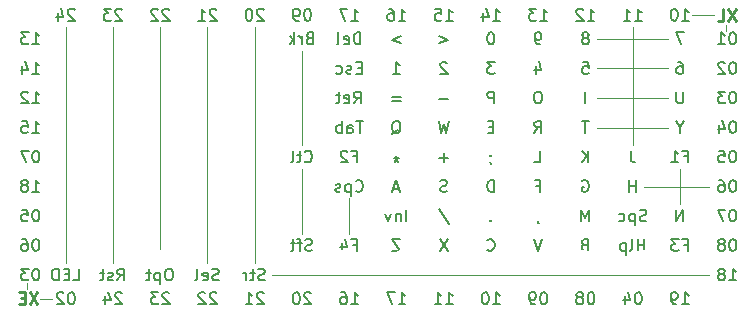
<source format=gbo>
G04 #@! TF.GenerationSoftware,KiCad,Pcbnew,(5.1.10)-1*
G04 #@! TF.CreationDate,2021-11-03T18:24:15-07:00*
G04 #@! TF.ProjectId,AtariKeyboardTester,41746172-694b-4657-9962-6f6172645465,A*
G04 #@! TF.SameCoordinates,Original*
G04 #@! TF.FileFunction,Legend,Bot*
G04 #@! TF.FilePolarity,Positive*
%FSLAX46Y46*%
G04 Gerber Fmt 4.6, Leading zero omitted, Abs format (unit mm)*
G04 Created by KiCad (PCBNEW (5.1.10)-1) date 2021-11-03 18:24:15*
%MOMM*%
%LPD*%
G01*
G04 APERTURE LIST*
%ADD10C,0.120000*%
%ADD11C,0.250000*%
%ADD12C,0.150000*%
%ADD13C,1.600000*%
%ADD14O,1.600000X1.600000*%
%ADD15C,2.200000*%
%ADD16O,1.700000X1.700000*%
%ADD17R,1.700000X1.700000*%
%ADD18C,3.450000*%
%ADD19C,2.000000*%
%ADD20R,2.000000X2.000000*%
%ADD21R,1.800000X1.100000*%
%ADD22R,1.100000X1.800000*%
%ADD23C,1.800000*%
%ADD24R,1.800000X1.800000*%
%ADD25C,1.700000*%
G04 APERTURE END LIST*
D10*
X43150000Y-23520000D02*
X43150000Y-43520000D01*
X47150000Y-23520000D02*
X47150000Y-43520000D01*
X35150000Y-23520000D02*
X35150000Y-43520000D01*
X31150000Y-23520000D02*
X31150000Y-43520000D01*
X85650000Y-44520000D02*
X48650000Y-44520000D01*
X39150000Y-23520000D02*
X39150000Y-43520000D01*
X51150000Y-25520000D02*
X51150000Y-33520000D01*
X51150000Y-35520000D02*
X51150000Y-41020000D01*
X79150000Y-23520000D02*
X79150000Y-33520000D01*
X83150000Y-35520000D02*
X83150000Y-38520000D01*
X85650000Y-37020000D02*
X80150000Y-37020000D01*
X82150000Y-24520000D02*
X76150000Y-24520000D01*
X82150000Y-27020000D02*
X76150000Y-27020000D01*
X82150000Y-29520000D02*
X76150000Y-29520000D01*
X82150000Y-32020000D02*
X76150000Y-32020000D01*
X55150000Y-38020000D02*
X55150000Y-41020000D01*
X86039960Y-22520000D02*
X84201000Y-22520000D01*
X87091520Y-23363300D02*
X87091520Y-23863300D01*
X30022800Y-46515380D02*
X28968700Y-46515380D01*
X27917140Y-45220000D02*
X27917140Y-45720000D01*
D11*
X28761334Y-45967760D02*
X28094667Y-46967760D01*
X28094667Y-45967760D02*
X28761334Y-46967760D01*
X27713715Y-46443951D02*
X27380381Y-46443951D01*
X27237524Y-46967760D02*
X27713715Y-46967760D01*
X27713715Y-45967760D01*
X27237524Y-45967760D01*
X87888095Y-21972380D02*
X87221428Y-22972380D01*
X87221428Y-21972380D02*
X87888095Y-22972380D01*
X86364285Y-22972380D02*
X86840476Y-22972380D01*
X86840476Y-21972380D01*
D12*
X28340476Y-24972380D02*
X28911904Y-24972380D01*
X28626190Y-24972380D02*
X28626190Y-23972380D01*
X28721428Y-24115238D01*
X28816666Y-24210476D01*
X28911904Y-24258095D01*
X28007142Y-23972380D02*
X27388095Y-23972380D01*
X27721428Y-24353333D01*
X27578571Y-24353333D01*
X27483333Y-24400952D01*
X27435714Y-24448571D01*
X27388095Y-24543809D01*
X27388095Y-24781904D01*
X27435714Y-24877142D01*
X27483333Y-24924761D01*
X27578571Y-24972380D01*
X27864285Y-24972380D01*
X27959523Y-24924761D01*
X28007142Y-24877142D01*
X28340476Y-27472380D02*
X28911904Y-27472380D01*
X28626190Y-27472380D02*
X28626190Y-26472380D01*
X28721428Y-26615238D01*
X28816666Y-26710476D01*
X28911904Y-26758095D01*
X27483333Y-26805714D02*
X27483333Y-27472380D01*
X27721428Y-26424761D02*
X27959523Y-27139047D01*
X27340476Y-27139047D01*
X28673809Y-43972380D02*
X28578571Y-43972380D01*
X28483333Y-44020000D01*
X28435714Y-44067619D01*
X28388095Y-44162857D01*
X28340476Y-44353333D01*
X28340476Y-44591428D01*
X28388095Y-44781904D01*
X28435714Y-44877142D01*
X28483333Y-44924761D01*
X28578571Y-44972380D01*
X28673809Y-44972380D01*
X28769047Y-44924761D01*
X28816666Y-44877142D01*
X28864285Y-44781904D01*
X28911904Y-44591428D01*
X28911904Y-44353333D01*
X28864285Y-44162857D01*
X28816666Y-44067619D01*
X28769047Y-44020000D01*
X28673809Y-43972380D01*
X28007142Y-43972380D02*
X27388095Y-43972380D01*
X27721428Y-44353333D01*
X27578571Y-44353333D01*
X27483333Y-44400952D01*
X27435714Y-44448571D01*
X27388095Y-44543809D01*
X27388095Y-44781904D01*
X27435714Y-44877142D01*
X27483333Y-44924761D01*
X27578571Y-44972380D01*
X27864285Y-44972380D01*
X27959523Y-44924761D01*
X28007142Y-44877142D01*
X28340476Y-32472380D02*
X28911904Y-32472380D01*
X28626190Y-32472380D02*
X28626190Y-31472380D01*
X28721428Y-31615238D01*
X28816666Y-31710476D01*
X28911904Y-31758095D01*
X27435714Y-31472380D02*
X27911904Y-31472380D01*
X27959523Y-31948571D01*
X27911904Y-31900952D01*
X27816666Y-31853333D01*
X27578571Y-31853333D01*
X27483333Y-31900952D01*
X27435714Y-31948571D01*
X27388095Y-32043809D01*
X27388095Y-32281904D01*
X27435714Y-32377142D01*
X27483333Y-32424761D01*
X27578571Y-32472380D01*
X27816666Y-32472380D01*
X27911904Y-32424761D01*
X27959523Y-32377142D01*
X28673809Y-38972380D02*
X28578571Y-38972380D01*
X28483333Y-39020000D01*
X28435714Y-39067619D01*
X28388095Y-39162857D01*
X28340476Y-39353333D01*
X28340476Y-39591428D01*
X28388095Y-39781904D01*
X28435714Y-39877142D01*
X28483333Y-39924761D01*
X28578571Y-39972380D01*
X28673809Y-39972380D01*
X28769047Y-39924761D01*
X28816666Y-39877142D01*
X28864285Y-39781904D01*
X28911904Y-39591428D01*
X28911904Y-39353333D01*
X28864285Y-39162857D01*
X28816666Y-39067619D01*
X28769047Y-39020000D01*
X28673809Y-38972380D01*
X27435714Y-38972380D02*
X27911904Y-38972380D01*
X27959523Y-39448571D01*
X27911904Y-39400952D01*
X27816666Y-39353333D01*
X27578571Y-39353333D01*
X27483333Y-39400952D01*
X27435714Y-39448571D01*
X27388095Y-39543809D01*
X27388095Y-39781904D01*
X27435714Y-39877142D01*
X27483333Y-39924761D01*
X27578571Y-39972380D01*
X27816666Y-39972380D01*
X27911904Y-39924761D01*
X27959523Y-39877142D01*
X28340476Y-29972380D02*
X28911904Y-29972380D01*
X28626190Y-29972380D02*
X28626190Y-28972380D01*
X28721428Y-29115238D01*
X28816666Y-29210476D01*
X28911904Y-29258095D01*
X27959523Y-29067619D02*
X27911904Y-29020000D01*
X27816666Y-28972380D01*
X27578571Y-28972380D01*
X27483333Y-29020000D01*
X27435714Y-29067619D01*
X27388095Y-29162857D01*
X27388095Y-29258095D01*
X27435714Y-29400952D01*
X28007142Y-29972380D01*
X27388095Y-29972380D01*
X28673809Y-41472380D02*
X28578571Y-41472380D01*
X28483333Y-41520000D01*
X28435714Y-41567619D01*
X28388095Y-41662857D01*
X28340476Y-41853333D01*
X28340476Y-42091428D01*
X28388095Y-42281904D01*
X28435714Y-42377142D01*
X28483333Y-42424761D01*
X28578571Y-42472380D01*
X28673809Y-42472380D01*
X28769047Y-42424761D01*
X28816666Y-42377142D01*
X28864285Y-42281904D01*
X28911904Y-42091428D01*
X28911904Y-41853333D01*
X28864285Y-41662857D01*
X28816666Y-41567619D01*
X28769047Y-41520000D01*
X28673809Y-41472380D01*
X27483333Y-41472380D02*
X27673809Y-41472380D01*
X27769047Y-41520000D01*
X27816666Y-41567619D01*
X27911904Y-41710476D01*
X27959523Y-41900952D01*
X27959523Y-42281904D01*
X27911904Y-42377142D01*
X27864285Y-42424761D01*
X27769047Y-42472380D01*
X27578571Y-42472380D01*
X27483333Y-42424761D01*
X27435714Y-42377142D01*
X27388095Y-42281904D01*
X27388095Y-42043809D01*
X27435714Y-41948571D01*
X27483333Y-41900952D01*
X27578571Y-41853333D01*
X27769047Y-41853333D01*
X27864285Y-41900952D01*
X27911904Y-41948571D01*
X27959523Y-42043809D01*
X28673809Y-33972380D02*
X28578571Y-33972380D01*
X28483333Y-34020000D01*
X28435714Y-34067619D01*
X28388095Y-34162857D01*
X28340476Y-34353333D01*
X28340476Y-34591428D01*
X28388095Y-34781904D01*
X28435714Y-34877142D01*
X28483333Y-34924761D01*
X28578571Y-34972380D01*
X28673809Y-34972380D01*
X28769047Y-34924761D01*
X28816666Y-34877142D01*
X28864285Y-34781904D01*
X28911904Y-34591428D01*
X28911904Y-34353333D01*
X28864285Y-34162857D01*
X28816666Y-34067619D01*
X28769047Y-34020000D01*
X28673809Y-33972380D01*
X28007142Y-33972380D02*
X27340476Y-33972380D01*
X27769047Y-34972380D01*
X28340476Y-37472380D02*
X28911904Y-37472380D01*
X28626190Y-37472380D02*
X28626190Y-36472380D01*
X28721428Y-36615238D01*
X28816666Y-36710476D01*
X28911904Y-36758095D01*
X27769047Y-36900952D02*
X27864285Y-36853333D01*
X27911904Y-36805714D01*
X27959523Y-36710476D01*
X27959523Y-36662857D01*
X27911904Y-36567619D01*
X27864285Y-36520000D01*
X27769047Y-36472380D01*
X27578571Y-36472380D01*
X27483333Y-36520000D01*
X27435714Y-36567619D01*
X27388095Y-36662857D01*
X27388095Y-36710476D01*
X27435714Y-36805714D01*
X27483333Y-36853333D01*
X27578571Y-36900952D01*
X27769047Y-36900952D01*
X27864285Y-36948571D01*
X27911904Y-36996190D01*
X27959523Y-37091428D01*
X27959523Y-37281904D01*
X27911904Y-37377142D01*
X27864285Y-37424761D01*
X27769047Y-37472380D01*
X27578571Y-37472380D01*
X27483333Y-37424761D01*
X27435714Y-37377142D01*
X27388095Y-37281904D01*
X27388095Y-37091428D01*
X27435714Y-36996190D01*
X27483333Y-36948571D01*
X27578571Y-36900952D01*
X31673809Y-45972380D02*
X31578571Y-45972380D01*
X31483333Y-46020000D01*
X31435714Y-46067619D01*
X31388095Y-46162857D01*
X31340476Y-46353333D01*
X31340476Y-46591428D01*
X31388095Y-46781904D01*
X31435714Y-46877142D01*
X31483333Y-46924761D01*
X31578571Y-46972380D01*
X31673809Y-46972380D01*
X31769047Y-46924761D01*
X31816666Y-46877142D01*
X31864285Y-46781904D01*
X31911904Y-46591428D01*
X31911904Y-46353333D01*
X31864285Y-46162857D01*
X31816666Y-46067619D01*
X31769047Y-46020000D01*
X31673809Y-45972380D01*
X30959523Y-46067619D02*
X30911904Y-46020000D01*
X30816666Y-45972380D01*
X30578571Y-45972380D01*
X30483333Y-46020000D01*
X30435714Y-46067619D01*
X30388095Y-46162857D01*
X30388095Y-46258095D01*
X30435714Y-46400952D01*
X31007142Y-46972380D01*
X30388095Y-46972380D01*
X43911904Y-46067619D02*
X43864285Y-46020000D01*
X43769047Y-45972380D01*
X43530952Y-45972380D01*
X43435714Y-46020000D01*
X43388095Y-46067619D01*
X43340476Y-46162857D01*
X43340476Y-46258095D01*
X43388095Y-46400952D01*
X43959523Y-46972380D01*
X43340476Y-46972380D01*
X42959523Y-46067619D02*
X42911904Y-46020000D01*
X42816666Y-45972380D01*
X42578571Y-45972380D01*
X42483333Y-46020000D01*
X42435714Y-46067619D01*
X42388095Y-46162857D01*
X42388095Y-46258095D01*
X42435714Y-46400952D01*
X43007142Y-46972380D01*
X42388095Y-46972380D01*
X47911904Y-46067619D02*
X47864285Y-46020000D01*
X47769047Y-45972380D01*
X47530952Y-45972380D01*
X47435714Y-46020000D01*
X47388095Y-46067619D01*
X47340476Y-46162857D01*
X47340476Y-46258095D01*
X47388095Y-46400952D01*
X47959523Y-46972380D01*
X47340476Y-46972380D01*
X46388095Y-46972380D02*
X46959523Y-46972380D01*
X46673809Y-46972380D02*
X46673809Y-45972380D01*
X46769047Y-46115238D01*
X46864285Y-46210476D01*
X46959523Y-46258095D01*
X35911904Y-46067619D02*
X35864285Y-46020000D01*
X35769047Y-45972380D01*
X35530952Y-45972380D01*
X35435714Y-46020000D01*
X35388095Y-46067619D01*
X35340476Y-46162857D01*
X35340476Y-46258095D01*
X35388095Y-46400952D01*
X35959523Y-46972380D01*
X35340476Y-46972380D01*
X34483333Y-46305714D02*
X34483333Y-46972380D01*
X34721428Y-45924761D02*
X34959523Y-46639047D01*
X34340476Y-46639047D01*
X39911904Y-46067619D02*
X39864285Y-46020000D01*
X39769047Y-45972380D01*
X39530952Y-45972380D01*
X39435714Y-46020000D01*
X39388095Y-46067619D01*
X39340476Y-46162857D01*
X39340476Y-46258095D01*
X39388095Y-46400952D01*
X39959523Y-46972380D01*
X39340476Y-46972380D01*
X39007142Y-45972380D02*
X38388095Y-45972380D01*
X38721428Y-46353333D01*
X38578571Y-46353333D01*
X38483333Y-46400952D01*
X38435714Y-46448571D01*
X38388095Y-46543809D01*
X38388095Y-46781904D01*
X38435714Y-46877142D01*
X38483333Y-46924761D01*
X38578571Y-46972380D01*
X38864285Y-46972380D01*
X38959523Y-46924761D01*
X39007142Y-46877142D01*
X63340476Y-46972380D02*
X63911904Y-46972380D01*
X63626190Y-46972380D02*
X63626190Y-45972380D01*
X63721428Y-46115238D01*
X63816666Y-46210476D01*
X63911904Y-46258095D01*
X62388095Y-46972380D02*
X62959523Y-46972380D01*
X62673809Y-46972380D02*
X62673809Y-45972380D01*
X62769047Y-46115238D01*
X62864285Y-46210476D01*
X62959523Y-46258095D01*
X79673809Y-45972380D02*
X79578571Y-45972380D01*
X79483333Y-46020000D01*
X79435714Y-46067619D01*
X79388095Y-46162857D01*
X79340476Y-46353333D01*
X79340476Y-46591428D01*
X79388095Y-46781904D01*
X79435714Y-46877142D01*
X79483333Y-46924761D01*
X79578571Y-46972380D01*
X79673809Y-46972380D01*
X79769047Y-46924761D01*
X79816666Y-46877142D01*
X79864285Y-46781904D01*
X79911904Y-46591428D01*
X79911904Y-46353333D01*
X79864285Y-46162857D01*
X79816666Y-46067619D01*
X79769047Y-46020000D01*
X79673809Y-45972380D01*
X78483333Y-46305714D02*
X78483333Y-46972380D01*
X78721428Y-45924761D02*
X78959523Y-46639047D01*
X78340476Y-46639047D01*
X51911904Y-46067619D02*
X51864285Y-46020000D01*
X51769047Y-45972380D01*
X51530952Y-45972380D01*
X51435714Y-46020000D01*
X51388095Y-46067619D01*
X51340476Y-46162857D01*
X51340476Y-46258095D01*
X51388095Y-46400952D01*
X51959523Y-46972380D01*
X51340476Y-46972380D01*
X50721428Y-45972380D02*
X50626190Y-45972380D01*
X50530952Y-46020000D01*
X50483333Y-46067619D01*
X50435714Y-46162857D01*
X50388095Y-46353333D01*
X50388095Y-46591428D01*
X50435714Y-46781904D01*
X50483333Y-46877142D01*
X50530952Y-46924761D01*
X50626190Y-46972380D01*
X50721428Y-46972380D01*
X50816666Y-46924761D01*
X50864285Y-46877142D01*
X50911904Y-46781904D01*
X50959523Y-46591428D01*
X50959523Y-46353333D01*
X50911904Y-46162857D01*
X50864285Y-46067619D01*
X50816666Y-46020000D01*
X50721428Y-45972380D01*
X55340476Y-46972380D02*
X55911904Y-46972380D01*
X55626190Y-46972380D02*
X55626190Y-45972380D01*
X55721428Y-46115238D01*
X55816666Y-46210476D01*
X55911904Y-46258095D01*
X54483333Y-45972380D02*
X54673809Y-45972380D01*
X54769047Y-46020000D01*
X54816666Y-46067619D01*
X54911904Y-46210476D01*
X54959523Y-46400952D01*
X54959523Y-46781904D01*
X54911904Y-46877142D01*
X54864285Y-46924761D01*
X54769047Y-46972380D01*
X54578571Y-46972380D01*
X54483333Y-46924761D01*
X54435714Y-46877142D01*
X54388095Y-46781904D01*
X54388095Y-46543809D01*
X54435714Y-46448571D01*
X54483333Y-46400952D01*
X54578571Y-46353333D01*
X54769047Y-46353333D01*
X54864285Y-46400952D01*
X54911904Y-46448571D01*
X54959523Y-46543809D01*
X83340476Y-46972380D02*
X83911904Y-46972380D01*
X83626190Y-46972380D02*
X83626190Y-45972380D01*
X83721428Y-46115238D01*
X83816666Y-46210476D01*
X83911904Y-46258095D01*
X82864285Y-46972380D02*
X82673809Y-46972380D01*
X82578571Y-46924761D01*
X82530952Y-46877142D01*
X82435714Y-46734285D01*
X82388095Y-46543809D01*
X82388095Y-46162857D01*
X82435714Y-46067619D01*
X82483333Y-46020000D01*
X82578571Y-45972380D01*
X82769047Y-45972380D01*
X82864285Y-46020000D01*
X82911904Y-46067619D01*
X82959523Y-46162857D01*
X82959523Y-46400952D01*
X82911904Y-46496190D01*
X82864285Y-46543809D01*
X82769047Y-46591428D01*
X82578571Y-46591428D01*
X82483333Y-46543809D01*
X82435714Y-46496190D01*
X82388095Y-46400952D01*
X75673809Y-45972380D02*
X75578571Y-45972380D01*
X75483333Y-46020000D01*
X75435714Y-46067619D01*
X75388095Y-46162857D01*
X75340476Y-46353333D01*
X75340476Y-46591428D01*
X75388095Y-46781904D01*
X75435714Y-46877142D01*
X75483333Y-46924761D01*
X75578571Y-46972380D01*
X75673809Y-46972380D01*
X75769047Y-46924761D01*
X75816666Y-46877142D01*
X75864285Y-46781904D01*
X75911904Y-46591428D01*
X75911904Y-46353333D01*
X75864285Y-46162857D01*
X75816666Y-46067619D01*
X75769047Y-46020000D01*
X75673809Y-45972380D01*
X74769047Y-46400952D02*
X74864285Y-46353333D01*
X74911904Y-46305714D01*
X74959523Y-46210476D01*
X74959523Y-46162857D01*
X74911904Y-46067619D01*
X74864285Y-46020000D01*
X74769047Y-45972380D01*
X74578571Y-45972380D01*
X74483333Y-46020000D01*
X74435714Y-46067619D01*
X74388095Y-46162857D01*
X74388095Y-46210476D01*
X74435714Y-46305714D01*
X74483333Y-46353333D01*
X74578571Y-46400952D01*
X74769047Y-46400952D01*
X74864285Y-46448571D01*
X74911904Y-46496190D01*
X74959523Y-46591428D01*
X74959523Y-46781904D01*
X74911904Y-46877142D01*
X74864285Y-46924761D01*
X74769047Y-46972380D01*
X74578571Y-46972380D01*
X74483333Y-46924761D01*
X74435714Y-46877142D01*
X74388095Y-46781904D01*
X74388095Y-46591428D01*
X74435714Y-46496190D01*
X74483333Y-46448571D01*
X74578571Y-46400952D01*
X71673809Y-45972380D02*
X71578571Y-45972380D01*
X71483333Y-46020000D01*
X71435714Y-46067619D01*
X71388095Y-46162857D01*
X71340476Y-46353333D01*
X71340476Y-46591428D01*
X71388095Y-46781904D01*
X71435714Y-46877142D01*
X71483333Y-46924761D01*
X71578571Y-46972380D01*
X71673809Y-46972380D01*
X71769047Y-46924761D01*
X71816666Y-46877142D01*
X71864285Y-46781904D01*
X71911904Y-46591428D01*
X71911904Y-46353333D01*
X71864285Y-46162857D01*
X71816666Y-46067619D01*
X71769047Y-46020000D01*
X71673809Y-45972380D01*
X70864285Y-46972380D02*
X70673809Y-46972380D01*
X70578571Y-46924761D01*
X70530952Y-46877142D01*
X70435714Y-46734285D01*
X70388095Y-46543809D01*
X70388095Y-46162857D01*
X70435714Y-46067619D01*
X70483333Y-46020000D01*
X70578571Y-45972380D01*
X70769047Y-45972380D01*
X70864285Y-46020000D01*
X70911904Y-46067619D01*
X70959523Y-46162857D01*
X70959523Y-46400952D01*
X70911904Y-46496190D01*
X70864285Y-46543809D01*
X70769047Y-46591428D01*
X70578571Y-46591428D01*
X70483333Y-46543809D01*
X70435714Y-46496190D01*
X70388095Y-46400952D01*
X67340476Y-46972380D02*
X67911904Y-46972380D01*
X67626190Y-46972380D02*
X67626190Y-45972380D01*
X67721428Y-46115238D01*
X67816666Y-46210476D01*
X67911904Y-46258095D01*
X66721428Y-45972380D02*
X66626190Y-45972380D01*
X66530952Y-46020000D01*
X66483333Y-46067619D01*
X66435714Y-46162857D01*
X66388095Y-46353333D01*
X66388095Y-46591428D01*
X66435714Y-46781904D01*
X66483333Y-46877142D01*
X66530952Y-46924761D01*
X66626190Y-46972380D01*
X66721428Y-46972380D01*
X66816666Y-46924761D01*
X66864285Y-46877142D01*
X66911904Y-46781904D01*
X66959523Y-46591428D01*
X66959523Y-46353333D01*
X66911904Y-46162857D01*
X66864285Y-46067619D01*
X66816666Y-46020000D01*
X66721428Y-45972380D01*
X59340476Y-46972380D02*
X59911904Y-46972380D01*
X59626190Y-46972380D02*
X59626190Y-45972380D01*
X59721428Y-46115238D01*
X59816666Y-46210476D01*
X59911904Y-46258095D01*
X59007142Y-45972380D02*
X58340476Y-45972380D01*
X58769047Y-46972380D01*
X55483333Y-41948571D02*
X55816666Y-41948571D01*
X55816666Y-42472380D02*
X55816666Y-41472380D01*
X55340476Y-41472380D01*
X54530952Y-41805714D02*
X54530952Y-42472380D01*
X54769047Y-41424761D02*
X55007142Y-42139047D01*
X54388095Y-42139047D01*
X55483333Y-34448571D02*
X55816666Y-34448571D01*
X55816666Y-34972380D02*
X55816666Y-33972380D01*
X55340476Y-33972380D01*
X55007142Y-34067619D02*
X54959523Y-34020000D01*
X54864285Y-33972380D01*
X54626190Y-33972380D01*
X54530952Y-34020000D01*
X54483333Y-34067619D01*
X54435714Y-34162857D01*
X54435714Y-34258095D01*
X54483333Y-34400952D01*
X55054761Y-34972380D01*
X54435714Y-34972380D01*
X83483333Y-34448571D02*
X83816666Y-34448571D01*
X83816666Y-34972380D02*
X83816666Y-33972380D01*
X83340476Y-33972380D01*
X82435714Y-34972380D02*
X83007142Y-34972380D01*
X82721428Y-34972380D02*
X82721428Y-33972380D01*
X82816666Y-34115238D01*
X82911904Y-34210476D01*
X83007142Y-34258095D01*
X83483333Y-41948571D02*
X83816666Y-41948571D01*
X83816666Y-42472380D02*
X83816666Y-41472380D01*
X83340476Y-41472380D01*
X83054761Y-41472380D02*
X82435714Y-41472380D01*
X82769047Y-41853333D01*
X82626190Y-41853333D01*
X82530952Y-41900952D01*
X82483333Y-41948571D01*
X82435714Y-42043809D01*
X82435714Y-42281904D01*
X82483333Y-42377142D01*
X82530952Y-42424761D01*
X82626190Y-42472380D01*
X82911904Y-42472380D01*
X83007142Y-42424761D01*
X83054761Y-42377142D01*
X87673809Y-23972380D02*
X87578571Y-23972380D01*
X87483333Y-24020000D01*
X87435714Y-24067619D01*
X87388095Y-24162857D01*
X87340476Y-24353333D01*
X87340476Y-24591428D01*
X87388095Y-24781904D01*
X87435714Y-24877142D01*
X87483333Y-24924761D01*
X87578571Y-24972380D01*
X87673809Y-24972380D01*
X87769047Y-24924761D01*
X87816666Y-24877142D01*
X87864285Y-24781904D01*
X87911904Y-24591428D01*
X87911904Y-24353333D01*
X87864285Y-24162857D01*
X87816666Y-24067619D01*
X87769047Y-24020000D01*
X87673809Y-23972380D01*
X86388095Y-24972380D02*
X86959523Y-24972380D01*
X86673809Y-24972380D02*
X86673809Y-23972380D01*
X86769047Y-24115238D01*
X86864285Y-24210476D01*
X86959523Y-24258095D01*
X87673809Y-26472380D02*
X87578571Y-26472380D01*
X87483333Y-26520000D01*
X87435714Y-26567619D01*
X87388095Y-26662857D01*
X87340476Y-26853333D01*
X87340476Y-27091428D01*
X87388095Y-27281904D01*
X87435714Y-27377142D01*
X87483333Y-27424761D01*
X87578571Y-27472380D01*
X87673809Y-27472380D01*
X87769047Y-27424761D01*
X87816666Y-27377142D01*
X87864285Y-27281904D01*
X87911904Y-27091428D01*
X87911904Y-26853333D01*
X87864285Y-26662857D01*
X87816666Y-26567619D01*
X87769047Y-26520000D01*
X87673809Y-26472380D01*
X86959523Y-26567619D02*
X86911904Y-26520000D01*
X86816666Y-26472380D01*
X86578571Y-26472380D01*
X86483333Y-26520000D01*
X86435714Y-26567619D01*
X86388095Y-26662857D01*
X86388095Y-26758095D01*
X86435714Y-26900952D01*
X87007142Y-27472380D01*
X86388095Y-27472380D01*
X87673809Y-28972380D02*
X87578571Y-28972380D01*
X87483333Y-29020000D01*
X87435714Y-29067619D01*
X87388095Y-29162857D01*
X87340476Y-29353333D01*
X87340476Y-29591428D01*
X87388095Y-29781904D01*
X87435714Y-29877142D01*
X87483333Y-29924761D01*
X87578571Y-29972380D01*
X87673809Y-29972380D01*
X87769047Y-29924761D01*
X87816666Y-29877142D01*
X87864285Y-29781904D01*
X87911904Y-29591428D01*
X87911904Y-29353333D01*
X87864285Y-29162857D01*
X87816666Y-29067619D01*
X87769047Y-29020000D01*
X87673809Y-28972380D01*
X87007142Y-28972380D02*
X86388095Y-28972380D01*
X86721428Y-29353333D01*
X86578571Y-29353333D01*
X86483333Y-29400952D01*
X86435714Y-29448571D01*
X86388095Y-29543809D01*
X86388095Y-29781904D01*
X86435714Y-29877142D01*
X86483333Y-29924761D01*
X86578571Y-29972380D01*
X86864285Y-29972380D01*
X86959523Y-29924761D01*
X87007142Y-29877142D01*
X87673809Y-31472380D02*
X87578571Y-31472380D01*
X87483333Y-31520000D01*
X87435714Y-31567619D01*
X87388095Y-31662857D01*
X87340476Y-31853333D01*
X87340476Y-32091428D01*
X87388095Y-32281904D01*
X87435714Y-32377142D01*
X87483333Y-32424761D01*
X87578571Y-32472380D01*
X87673809Y-32472380D01*
X87769047Y-32424761D01*
X87816666Y-32377142D01*
X87864285Y-32281904D01*
X87911904Y-32091428D01*
X87911904Y-31853333D01*
X87864285Y-31662857D01*
X87816666Y-31567619D01*
X87769047Y-31520000D01*
X87673809Y-31472380D01*
X86483333Y-31805714D02*
X86483333Y-32472380D01*
X86721428Y-31424761D02*
X86959523Y-32139047D01*
X86340476Y-32139047D01*
X87673809Y-33972380D02*
X87578571Y-33972380D01*
X87483333Y-34020000D01*
X87435714Y-34067619D01*
X87388095Y-34162857D01*
X87340476Y-34353333D01*
X87340476Y-34591428D01*
X87388095Y-34781904D01*
X87435714Y-34877142D01*
X87483333Y-34924761D01*
X87578571Y-34972380D01*
X87673809Y-34972380D01*
X87769047Y-34924761D01*
X87816666Y-34877142D01*
X87864285Y-34781904D01*
X87911904Y-34591428D01*
X87911904Y-34353333D01*
X87864285Y-34162857D01*
X87816666Y-34067619D01*
X87769047Y-34020000D01*
X87673809Y-33972380D01*
X86435714Y-33972380D02*
X86911904Y-33972380D01*
X86959523Y-34448571D01*
X86911904Y-34400952D01*
X86816666Y-34353333D01*
X86578571Y-34353333D01*
X86483333Y-34400952D01*
X86435714Y-34448571D01*
X86388095Y-34543809D01*
X86388095Y-34781904D01*
X86435714Y-34877142D01*
X86483333Y-34924761D01*
X86578571Y-34972380D01*
X86816666Y-34972380D01*
X86911904Y-34924761D01*
X86959523Y-34877142D01*
X87673809Y-36472380D02*
X87578571Y-36472380D01*
X87483333Y-36520000D01*
X87435714Y-36567619D01*
X87388095Y-36662857D01*
X87340476Y-36853333D01*
X87340476Y-37091428D01*
X87388095Y-37281904D01*
X87435714Y-37377142D01*
X87483333Y-37424761D01*
X87578571Y-37472380D01*
X87673809Y-37472380D01*
X87769047Y-37424761D01*
X87816666Y-37377142D01*
X87864285Y-37281904D01*
X87911904Y-37091428D01*
X87911904Y-36853333D01*
X87864285Y-36662857D01*
X87816666Y-36567619D01*
X87769047Y-36520000D01*
X87673809Y-36472380D01*
X86483333Y-36472380D02*
X86673809Y-36472380D01*
X86769047Y-36520000D01*
X86816666Y-36567619D01*
X86911904Y-36710476D01*
X86959523Y-36900952D01*
X86959523Y-37281904D01*
X86911904Y-37377142D01*
X86864285Y-37424761D01*
X86769047Y-37472380D01*
X86578571Y-37472380D01*
X86483333Y-37424761D01*
X86435714Y-37377142D01*
X86388095Y-37281904D01*
X86388095Y-37043809D01*
X86435714Y-36948571D01*
X86483333Y-36900952D01*
X86578571Y-36853333D01*
X86769047Y-36853333D01*
X86864285Y-36900952D01*
X86911904Y-36948571D01*
X86959523Y-37043809D01*
X87673809Y-38972380D02*
X87578571Y-38972380D01*
X87483333Y-39020000D01*
X87435714Y-39067619D01*
X87388095Y-39162857D01*
X87340476Y-39353333D01*
X87340476Y-39591428D01*
X87388095Y-39781904D01*
X87435714Y-39877142D01*
X87483333Y-39924761D01*
X87578571Y-39972380D01*
X87673809Y-39972380D01*
X87769047Y-39924761D01*
X87816666Y-39877142D01*
X87864285Y-39781904D01*
X87911904Y-39591428D01*
X87911904Y-39353333D01*
X87864285Y-39162857D01*
X87816666Y-39067619D01*
X87769047Y-39020000D01*
X87673809Y-38972380D01*
X87007142Y-38972380D02*
X86340476Y-38972380D01*
X86769047Y-39972380D01*
X87673809Y-41472380D02*
X87578571Y-41472380D01*
X87483333Y-41520000D01*
X87435714Y-41567619D01*
X87388095Y-41662857D01*
X87340476Y-41853333D01*
X87340476Y-42091428D01*
X87388095Y-42281904D01*
X87435714Y-42377142D01*
X87483333Y-42424761D01*
X87578571Y-42472380D01*
X87673809Y-42472380D01*
X87769047Y-42424761D01*
X87816666Y-42377142D01*
X87864285Y-42281904D01*
X87911904Y-42091428D01*
X87911904Y-41853333D01*
X87864285Y-41662857D01*
X87816666Y-41567619D01*
X87769047Y-41520000D01*
X87673809Y-41472380D01*
X86769047Y-41900952D02*
X86864285Y-41853333D01*
X86911904Y-41805714D01*
X86959523Y-41710476D01*
X86959523Y-41662857D01*
X86911904Y-41567619D01*
X86864285Y-41520000D01*
X86769047Y-41472380D01*
X86578571Y-41472380D01*
X86483333Y-41520000D01*
X86435714Y-41567619D01*
X86388095Y-41662857D01*
X86388095Y-41710476D01*
X86435714Y-41805714D01*
X86483333Y-41853333D01*
X86578571Y-41900952D01*
X86769047Y-41900952D01*
X86864285Y-41948571D01*
X86911904Y-41996190D01*
X86959523Y-42091428D01*
X86959523Y-42281904D01*
X86911904Y-42377142D01*
X86864285Y-42424761D01*
X86769047Y-42472380D01*
X86578571Y-42472380D01*
X86483333Y-42424761D01*
X86435714Y-42377142D01*
X86388095Y-42281904D01*
X86388095Y-42091428D01*
X86435714Y-41996190D01*
X86483333Y-41948571D01*
X86578571Y-41900952D01*
X87340476Y-44972380D02*
X87911904Y-44972380D01*
X87626190Y-44972380D02*
X87626190Y-43972380D01*
X87721428Y-44115238D01*
X87816666Y-44210476D01*
X87911904Y-44258095D01*
X86769047Y-44400952D02*
X86864285Y-44353333D01*
X86911904Y-44305714D01*
X86959523Y-44210476D01*
X86959523Y-44162857D01*
X86911904Y-44067619D01*
X86864285Y-44020000D01*
X86769047Y-43972380D01*
X86578571Y-43972380D01*
X86483333Y-44020000D01*
X86435714Y-44067619D01*
X86388095Y-44162857D01*
X86388095Y-44210476D01*
X86435714Y-44305714D01*
X86483333Y-44353333D01*
X86578571Y-44400952D01*
X86769047Y-44400952D01*
X86864285Y-44448571D01*
X86911904Y-44496190D01*
X86959523Y-44591428D01*
X86959523Y-44781904D01*
X86911904Y-44877142D01*
X86864285Y-44924761D01*
X86769047Y-44972380D01*
X86578571Y-44972380D01*
X86483333Y-44924761D01*
X86435714Y-44877142D01*
X86388095Y-44781904D01*
X86388095Y-44591428D01*
X86435714Y-44496190D01*
X86483333Y-44448571D01*
X86578571Y-44400952D01*
X83340476Y-22972380D02*
X83911904Y-22972380D01*
X83626190Y-22972380D02*
X83626190Y-21972380D01*
X83721428Y-22115238D01*
X83816666Y-22210476D01*
X83911904Y-22258095D01*
X82721428Y-21972380D02*
X82626190Y-21972380D01*
X82530952Y-22020000D01*
X82483333Y-22067619D01*
X82435714Y-22162857D01*
X82388095Y-22353333D01*
X82388095Y-22591428D01*
X82435714Y-22781904D01*
X82483333Y-22877142D01*
X82530952Y-22924761D01*
X82626190Y-22972380D01*
X82721428Y-22972380D01*
X82816666Y-22924761D01*
X82864285Y-22877142D01*
X82911904Y-22781904D01*
X82959523Y-22591428D01*
X82959523Y-22353333D01*
X82911904Y-22162857D01*
X82864285Y-22067619D01*
X82816666Y-22020000D01*
X82721428Y-21972380D01*
X79340476Y-22972380D02*
X79911904Y-22972380D01*
X79626190Y-22972380D02*
X79626190Y-21972380D01*
X79721428Y-22115238D01*
X79816666Y-22210476D01*
X79911904Y-22258095D01*
X78388095Y-22972380D02*
X78959523Y-22972380D01*
X78673809Y-22972380D02*
X78673809Y-21972380D01*
X78769047Y-22115238D01*
X78864285Y-22210476D01*
X78959523Y-22258095D01*
X75340476Y-22972380D02*
X75911904Y-22972380D01*
X75626190Y-22972380D02*
X75626190Y-21972380D01*
X75721428Y-22115238D01*
X75816666Y-22210476D01*
X75911904Y-22258095D01*
X74959523Y-22067619D02*
X74911904Y-22020000D01*
X74816666Y-21972380D01*
X74578571Y-21972380D01*
X74483333Y-22020000D01*
X74435714Y-22067619D01*
X74388095Y-22162857D01*
X74388095Y-22258095D01*
X74435714Y-22400952D01*
X75007142Y-22972380D01*
X74388095Y-22972380D01*
X71340476Y-22972380D02*
X71911904Y-22972380D01*
X71626190Y-22972380D02*
X71626190Y-21972380D01*
X71721428Y-22115238D01*
X71816666Y-22210476D01*
X71911904Y-22258095D01*
X71007142Y-21972380D02*
X70388095Y-21972380D01*
X70721428Y-22353333D01*
X70578571Y-22353333D01*
X70483333Y-22400952D01*
X70435714Y-22448571D01*
X70388095Y-22543809D01*
X70388095Y-22781904D01*
X70435714Y-22877142D01*
X70483333Y-22924761D01*
X70578571Y-22972380D01*
X70864285Y-22972380D01*
X70959523Y-22924761D01*
X71007142Y-22877142D01*
X67340476Y-22972380D02*
X67911904Y-22972380D01*
X67626190Y-22972380D02*
X67626190Y-21972380D01*
X67721428Y-22115238D01*
X67816666Y-22210476D01*
X67911904Y-22258095D01*
X66483333Y-22305714D02*
X66483333Y-22972380D01*
X66721428Y-21924761D02*
X66959523Y-22639047D01*
X66340476Y-22639047D01*
X63340476Y-22972380D02*
X63911904Y-22972380D01*
X63626190Y-22972380D02*
X63626190Y-21972380D01*
X63721428Y-22115238D01*
X63816666Y-22210476D01*
X63911904Y-22258095D01*
X62435714Y-21972380D02*
X62911904Y-21972380D01*
X62959523Y-22448571D01*
X62911904Y-22400952D01*
X62816666Y-22353333D01*
X62578571Y-22353333D01*
X62483333Y-22400952D01*
X62435714Y-22448571D01*
X62388095Y-22543809D01*
X62388095Y-22781904D01*
X62435714Y-22877142D01*
X62483333Y-22924761D01*
X62578571Y-22972380D01*
X62816666Y-22972380D01*
X62911904Y-22924761D01*
X62959523Y-22877142D01*
X59340476Y-22972380D02*
X59911904Y-22972380D01*
X59626190Y-22972380D02*
X59626190Y-21972380D01*
X59721428Y-22115238D01*
X59816666Y-22210476D01*
X59911904Y-22258095D01*
X58483333Y-21972380D02*
X58673809Y-21972380D01*
X58769047Y-22020000D01*
X58816666Y-22067619D01*
X58911904Y-22210476D01*
X58959523Y-22400952D01*
X58959523Y-22781904D01*
X58911904Y-22877142D01*
X58864285Y-22924761D01*
X58769047Y-22972380D01*
X58578571Y-22972380D01*
X58483333Y-22924761D01*
X58435714Y-22877142D01*
X58388095Y-22781904D01*
X58388095Y-22543809D01*
X58435714Y-22448571D01*
X58483333Y-22400952D01*
X58578571Y-22353333D01*
X58769047Y-22353333D01*
X58864285Y-22400952D01*
X58911904Y-22448571D01*
X58959523Y-22543809D01*
X55340476Y-22972380D02*
X55911904Y-22972380D01*
X55626190Y-22972380D02*
X55626190Y-21972380D01*
X55721428Y-22115238D01*
X55816666Y-22210476D01*
X55911904Y-22258095D01*
X55007142Y-21972380D02*
X54340476Y-21972380D01*
X54769047Y-22972380D01*
X51673809Y-21972380D02*
X51578571Y-21972380D01*
X51483333Y-22020000D01*
X51435714Y-22067619D01*
X51388095Y-22162857D01*
X51340476Y-22353333D01*
X51340476Y-22591428D01*
X51388095Y-22781904D01*
X51435714Y-22877142D01*
X51483333Y-22924761D01*
X51578571Y-22972380D01*
X51673809Y-22972380D01*
X51769047Y-22924761D01*
X51816666Y-22877142D01*
X51864285Y-22781904D01*
X51911904Y-22591428D01*
X51911904Y-22353333D01*
X51864285Y-22162857D01*
X51816666Y-22067619D01*
X51769047Y-22020000D01*
X51673809Y-21972380D01*
X50864285Y-22972380D02*
X50673809Y-22972380D01*
X50578571Y-22924761D01*
X50530952Y-22877142D01*
X50435714Y-22734285D01*
X50388095Y-22543809D01*
X50388095Y-22162857D01*
X50435714Y-22067619D01*
X50483333Y-22020000D01*
X50578571Y-21972380D01*
X50769047Y-21972380D01*
X50864285Y-22020000D01*
X50911904Y-22067619D01*
X50959523Y-22162857D01*
X50959523Y-22400952D01*
X50911904Y-22496190D01*
X50864285Y-22543809D01*
X50769047Y-22591428D01*
X50578571Y-22591428D01*
X50483333Y-22543809D01*
X50435714Y-22496190D01*
X50388095Y-22400952D01*
X47911904Y-22067619D02*
X47864285Y-22020000D01*
X47769047Y-21972380D01*
X47530952Y-21972380D01*
X47435714Y-22020000D01*
X47388095Y-22067619D01*
X47340476Y-22162857D01*
X47340476Y-22258095D01*
X47388095Y-22400952D01*
X47959523Y-22972380D01*
X47340476Y-22972380D01*
X46721428Y-21972380D02*
X46626190Y-21972380D01*
X46530952Y-22020000D01*
X46483333Y-22067619D01*
X46435714Y-22162857D01*
X46388095Y-22353333D01*
X46388095Y-22591428D01*
X46435714Y-22781904D01*
X46483333Y-22877142D01*
X46530952Y-22924761D01*
X46626190Y-22972380D01*
X46721428Y-22972380D01*
X46816666Y-22924761D01*
X46864285Y-22877142D01*
X46911904Y-22781904D01*
X46959523Y-22591428D01*
X46959523Y-22353333D01*
X46911904Y-22162857D01*
X46864285Y-22067619D01*
X46816666Y-22020000D01*
X46721428Y-21972380D01*
X43911904Y-22067619D02*
X43864285Y-22020000D01*
X43769047Y-21972380D01*
X43530952Y-21972380D01*
X43435714Y-22020000D01*
X43388095Y-22067619D01*
X43340476Y-22162857D01*
X43340476Y-22258095D01*
X43388095Y-22400952D01*
X43959523Y-22972380D01*
X43340476Y-22972380D01*
X42388095Y-22972380D02*
X42959523Y-22972380D01*
X42673809Y-22972380D02*
X42673809Y-21972380D01*
X42769047Y-22115238D01*
X42864285Y-22210476D01*
X42959523Y-22258095D01*
X39911904Y-22067619D02*
X39864285Y-22020000D01*
X39769047Y-21972380D01*
X39530952Y-21972380D01*
X39435714Y-22020000D01*
X39388095Y-22067619D01*
X39340476Y-22162857D01*
X39340476Y-22258095D01*
X39388095Y-22400952D01*
X39959523Y-22972380D01*
X39340476Y-22972380D01*
X38959523Y-22067619D02*
X38911904Y-22020000D01*
X38816666Y-21972380D01*
X38578571Y-21972380D01*
X38483333Y-22020000D01*
X38435714Y-22067619D01*
X38388095Y-22162857D01*
X38388095Y-22258095D01*
X38435714Y-22400952D01*
X39007142Y-22972380D01*
X38388095Y-22972380D01*
X35911904Y-22067619D02*
X35864285Y-22020000D01*
X35769047Y-21972380D01*
X35530952Y-21972380D01*
X35435714Y-22020000D01*
X35388095Y-22067619D01*
X35340476Y-22162857D01*
X35340476Y-22258095D01*
X35388095Y-22400952D01*
X35959523Y-22972380D01*
X35340476Y-22972380D01*
X35007142Y-21972380D02*
X34388095Y-21972380D01*
X34721428Y-22353333D01*
X34578571Y-22353333D01*
X34483333Y-22400952D01*
X34435714Y-22448571D01*
X34388095Y-22543809D01*
X34388095Y-22781904D01*
X34435714Y-22877142D01*
X34483333Y-22924761D01*
X34578571Y-22972380D01*
X34864285Y-22972380D01*
X34959523Y-22924761D01*
X35007142Y-22877142D01*
X31911904Y-22067619D02*
X31864285Y-22020000D01*
X31769047Y-21972380D01*
X31530952Y-21972380D01*
X31435714Y-22020000D01*
X31388095Y-22067619D01*
X31340476Y-22162857D01*
X31340476Y-22258095D01*
X31388095Y-22400952D01*
X31959523Y-22972380D01*
X31340476Y-22972380D01*
X30483333Y-22305714D02*
X30483333Y-22972380D01*
X30721428Y-21924761D02*
X30959523Y-22639047D01*
X30340476Y-22639047D01*
X83483333Y-23972380D02*
X82816666Y-23972380D01*
X83245238Y-24972380D01*
X82959523Y-26472380D02*
X83150000Y-26472380D01*
X83245238Y-26520000D01*
X83292857Y-26567619D01*
X83388095Y-26710476D01*
X83435714Y-26900952D01*
X83435714Y-27281904D01*
X83388095Y-27377142D01*
X83340476Y-27424761D01*
X83245238Y-27472380D01*
X83054761Y-27472380D01*
X82959523Y-27424761D01*
X82911904Y-27377142D01*
X82864285Y-27281904D01*
X82864285Y-27043809D01*
X82911904Y-26948571D01*
X82959523Y-26900952D01*
X83054761Y-26853333D01*
X83245238Y-26853333D01*
X83340476Y-26900952D01*
X83388095Y-26948571D01*
X83435714Y-27043809D01*
X83435714Y-28972380D02*
X83435714Y-29781904D01*
X83388095Y-29877142D01*
X83340476Y-29924761D01*
X83245238Y-29972380D01*
X83054761Y-29972380D01*
X82959523Y-29924761D01*
X82911904Y-29877142D01*
X82864285Y-29781904D01*
X82864285Y-28972380D01*
X83150000Y-31996190D02*
X83150000Y-32472380D01*
X83483333Y-31472380D02*
X83150000Y-31996190D01*
X82816666Y-31472380D01*
X83435714Y-39972380D02*
X83435714Y-38972380D01*
X82864285Y-39972380D01*
X82864285Y-38972380D01*
X79007142Y-33972380D02*
X79007142Y-34686666D01*
X79054761Y-34829523D01*
X79150000Y-34924761D01*
X79292857Y-34972380D01*
X79388095Y-34972380D01*
X79435714Y-37472380D02*
X79435714Y-36472380D01*
X79435714Y-36948571D02*
X78864285Y-36948571D01*
X78864285Y-37472380D02*
X78864285Y-36472380D01*
X80316666Y-39924761D02*
X80173809Y-39972380D01*
X79935714Y-39972380D01*
X79840476Y-39924761D01*
X79792857Y-39877142D01*
X79745238Y-39781904D01*
X79745238Y-39686666D01*
X79792857Y-39591428D01*
X79840476Y-39543809D01*
X79935714Y-39496190D01*
X80126190Y-39448571D01*
X80221428Y-39400952D01*
X80269047Y-39353333D01*
X80316666Y-39258095D01*
X80316666Y-39162857D01*
X80269047Y-39067619D01*
X80221428Y-39020000D01*
X80126190Y-38972380D01*
X79888095Y-38972380D01*
X79745238Y-39020000D01*
X79316666Y-39305714D02*
X79316666Y-40305714D01*
X79316666Y-39353333D02*
X79221428Y-39305714D01*
X79030952Y-39305714D01*
X78935714Y-39353333D01*
X78888095Y-39400952D01*
X78840476Y-39496190D01*
X78840476Y-39781904D01*
X78888095Y-39877142D01*
X78935714Y-39924761D01*
X79030952Y-39972380D01*
X79221428Y-39972380D01*
X79316666Y-39924761D01*
X77983333Y-39924761D02*
X78078571Y-39972380D01*
X78269047Y-39972380D01*
X78364285Y-39924761D01*
X78411904Y-39877142D01*
X78459523Y-39781904D01*
X78459523Y-39496190D01*
X78411904Y-39400952D01*
X78364285Y-39353333D01*
X78269047Y-39305714D01*
X78078571Y-39305714D01*
X77983333Y-39353333D01*
X80150000Y-42472380D02*
X80150000Y-41472380D01*
X80150000Y-41948571D02*
X79578571Y-41948571D01*
X79578571Y-42472380D02*
X79578571Y-41472380D01*
X78959523Y-42472380D02*
X79054761Y-42424761D01*
X79102380Y-42329523D01*
X79102380Y-41472380D01*
X78578571Y-41805714D02*
X78578571Y-42805714D01*
X78578571Y-41853333D02*
X78483333Y-41805714D01*
X78292857Y-41805714D01*
X78197619Y-41853333D01*
X78150000Y-41900952D01*
X78102380Y-41996190D01*
X78102380Y-42281904D01*
X78150000Y-42377142D01*
X78197619Y-42424761D01*
X78292857Y-42472380D01*
X78483333Y-42472380D01*
X78578571Y-42424761D01*
X75245238Y-24400952D02*
X75340476Y-24353333D01*
X75388095Y-24305714D01*
X75435714Y-24210476D01*
X75435714Y-24162857D01*
X75388095Y-24067619D01*
X75340476Y-24020000D01*
X75245238Y-23972380D01*
X75054761Y-23972380D01*
X74959523Y-24020000D01*
X74911904Y-24067619D01*
X74864285Y-24162857D01*
X74864285Y-24210476D01*
X74911904Y-24305714D01*
X74959523Y-24353333D01*
X75054761Y-24400952D01*
X75245238Y-24400952D01*
X75340476Y-24448571D01*
X75388095Y-24496190D01*
X75435714Y-24591428D01*
X75435714Y-24781904D01*
X75388095Y-24877142D01*
X75340476Y-24924761D01*
X75245238Y-24972380D01*
X75054761Y-24972380D01*
X74959523Y-24924761D01*
X74911904Y-24877142D01*
X74864285Y-24781904D01*
X74864285Y-24591428D01*
X74911904Y-24496190D01*
X74959523Y-24448571D01*
X75054761Y-24400952D01*
X74911904Y-26472380D02*
X75388095Y-26472380D01*
X75435714Y-26948571D01*
X75388095Y-26900952D01*
X75292857Y-26853333D01*
X75054761Y-26853333D01*
X74959523Y-26900952D01*
X74911904Y-26948571D01*
X74864285Y-27043809D01*
X74864285Y-27281904D01*
X74911904Y-27377142D01*
X74959523Y-27424761D01*
X75054761Y-27472380D01*
X75292857Y-27472380D01*
X75388095Y-27424761D01*
X75435714Y-27377142D01*
X75150000Y-29972380D02*
X75150000Y-28972380D01*
X75435714Y-31472380D02*
X74864285Y-31472380D01*
X75150000Y-32472380D02*
X75150000Y-31472380D01*
X75411904Y-34972380D02*
X75411904Y-33972380D01*
X74840476Y-34972380D02*
X75269047Y-34400952D01*
X74840476Y-33972380D02*
X75411904Y-34543809D01*
X74888095Y-36520000D02*
X74983333Y-36472380D01*
X75126190Y-36472380D01*
X75269047Y-36520000D01*
X75364285Y-36615238D01*
X75411904Y-36710476D01*
X75459523Y-36900952D01*
X75459523Y-37043809D01*
X75411904Y-37234285D01*
X75364285Y-37329523D01*
X75269047Y-37424761D01*
X75126190Y-37472380D01*
X75030952Y-37472380D01*
X74888095Y-37424761D01*
X74840476Y-37377142D01*
X74840476Y-37043809D01*
X75030952Y-37043809D01*
X75483333Y-39972380D02*
X75483333Y-38972380D01*
X75150000Y-39686666D01*
X74816666Y-38972380D01*
X74816666Y-39972380D01*
X75078571Y-41948571D02*
X74935714Y-41996190D01*
X74888095Y-42043809D01*
X74840476Y-42139047D01*
X74840476Y-42281904D01*
X74888095Y-42377142D01*
X74935714Y-42424761D01*
X75030952Y-42472380D01*
X75411904Y-42472380D01*
X75411904Y-41472380D01*
X75078571Y-41472380D01*
X74983333Y-41520000D01*
X74935714Y-41567619D01*
X74888095Y-41662857D01*
X74888095Y-41758095D01*
X74935714Y-41853333D01*
X74983333Y-41900952D01*
X75078571Y-41948571D01*
X75411904Y-41948571D01*
X71340476Y-24972380D02*
X71150000Y-24972380D01*
X71054761Y-24924761D01*
X71007142Y-24877142D01*
X70911904Y-24734285D01*
X70864285Y-24543809D01*
X70864285Y-24162857D01*
X70911904Y-24067619D01*
X70959523Y-24020000D01*
X71054761Y-23972380D01*
X71245238Y-23972380D01*
X71340476Y-24020000D01*
X71388095Y-24067619D01*
X71435714Y-24162857D01*
X71435714Y-24400952D01*
X71388095Y-24496190D01*
X71340476Y-24543809D01*
X71245238Y-24591428D01*
X71054761Y-24591428D01*
X70959523Y-24543809D01*
X70911904Y-24496190D01*
X70864285Y-24400952D01*
X70959523Y-26805714D02*
X70959523Y-27472380D01*
X71197619Y-26424761D02*
X71435714Y-27139047D01*
X70816666Y-27139047D01*
X71245238Y-28972380D02*
X71054761Y-28972380D01*
X70959523Y-29020000D01*
X70864285Y-29115238D01*
X70816666Y-29305714D01*
X70816666Y-29639047D01*
X70864285Y-29829523D01*
X70959523Y-29924761D01*
X71054761Y-29972380D01*
X71245238Y-29972380D01*
X71340476Y-29924761D01*
X71435714Y-29829523D01*
X71483333Y-29639047D01*
X71483333Y-29305714D01*
X71435714Y-29115238D01*
X71340476Y-29020000D01*
X71245238Y-28972380D01*
X70840476Y-32472380D02*
X71173809Y-31996190D01*
X71411904Y-32472380D02*
X71411904Y-31472380D01*
X71030952Y-31472380D01*
X70935714Y-31520000D01*
X70888095Y-31567619D01*
X70840476Y-31662857D01*
X70840476Y-31805714D01*
X70888095Y-31900952D01*
X70935714Y-31948571D01*
X71030952Y-31996190D01*
X71411904Y-31996190D01*
X70840476Y-34972380D02*
X71316666Y-34972380D01*
X71316666Y-33972380D01*
X71007142Y-36948571D02*
X71340476Y-36948571D01*
X71340476Y-37472380D02*
X71340476Y-36472380D01*
X70864285Y-36472380D01*
X71102380Y-39924761D02*
X71102380Y-39972380D01*
X71150000Y-40067619D01*
X71197619Y-40115238D01*
X71483333Y-41472380D02*
X71150000Y-42472380D01*
X70816666Y-41472380D01*
X67197619Y-23972380D02*
X67102380Y-23972380D01*
X67007142Y-24020000D01*
X66959523Y-24067619D01*
X66911904Y-24162857D01*
X66864285Y-24353333D01*
X66864285Y-24591428D01*
X66911904Y-24781904D01*
X66959523Y-24877142D01*
X67007142Y-24924761D01*
X67102380Y-24972380D01*
X67197619Y-24972380D01*
X67292857Y-24924761D01*
X67340476Y-24877142D01*
X67388095Y-24781904D01*
X67435714Y-24591428D01*
X67435714Y-24353333D01*
X67388095Y-24162857D01*
X67340476Y-24067619D01*
X67292857Y-24020000D01*
X67197619Y-23972380D01*
X67483333Y-26472380D02*
X66864285Y-26472380D01*
X67197619Y-26853333D01*
X67054761Y-26853333D01*
X66959523Y-26900952D01*
X66911904Y-26948571D01*
X66864285Y-27043809D01*
X66864285Y-27281904D01*
X66911904Y-27377142D01*
X66959523Y-27424761D01*
X67054761Y-27472380D01*
X67340476Y-27472380D01*
X67435714Y-27424761D01*
X67483333Y-27377142D01*
X67411904Y-29972380D02*
X67411904Y-28972380D01*
X67030952Y-28972380D01*
X66935714Y-29020000D01*
X66888095Y-29067619D01*
X66840476Y-29162857D01*
X66840476Y-29305714D01*
X66888095Y-29400952D01*
X66935714Y-29448571D01*
X67030952Y-29496190D01*
X67411904Y-29496190D01*
X67364285Y-31948571D02*
X67030952Y-31948571D01*
X66888095Y-32472380D02*
X67364285Y-32472380D01*
X67364285Y-31472380D01*
X66888095Y-31472380D01*
X67102380Y-34924761D02*
X67102380Y-34972380D01*
X67150000Y-35067619D01*
X67197619Y-35115238D01*
X67150000Y-34353333D02*
X67102380Y-34400952D01*
X67150000Y-34448571D01*
X67197619Y-34400952D01*
X67150000Y-34353333D01*
X67150000Y-34448571D01*
X67411904Y-37472380D02*
X67411904Y-36472380D01*
X67173809Y-36472380D01*
X67030952Y-36520000D01*
X66935714Y-36615238D01*
X66888095Y-36710476D01*
X66840476Y-36900952D01*
X66840476Y-37043809D01*
X66888095Y-37234285D01*
X66935714Y-37329523D01*
X67030952Y-37424761D01*
X67173809Y-37472380D01*
X67411904Y-37472380D01*
X67150000Y-39877142D02*
X67102380Y-39924761D01*
X67150000Y-39972380D01*
X67197619Y-39924761D01*
X67150000Y-39877142D01*
X67150000Y-39972380D01*
X66840476Y-42377142D02*
X66888095Y-42424761D01*
X67030952Y-42472380D01*
X67126190Y-42472380D01*
X67269047Y-42424761D01*
X67364285Y-42329523D01*
X67411904Y-42234285D01*
X67459523Y-42043809D01*
X67459523Y-41900952D01*
X67411904Y-41710476D01*
X67364285Y-41615238D01*
X67269047Y-41520000D01*
X67126190Y-41472380D01*
X67030952Y-41472380D01*
X66888095Y-41520000D01*
X66840476Y-41567619D01*
X62769047Y-24305714D02*
X63530952Y-24591428D01*
X62769047Y-24877142D01*
X63435714Y-26567619D02*
X63388095Y-26520000D01*
X63292857Y-26472380D01*
X63054761Y-26472380D01*
X62959523Y-26520000D01*
X62911904Y-26567619D01*
X62864285Y-26662857D01*
X62864285Y-26758095D01*
X62911904Y-26900952D01*
X63483333Y-27472380D01*
X62864285Y-27472380D01*
X63530952Y-29591428D02*
X62769047Y-29591428D01*
X63578571Y-31472380D02*
X63340476Y-32472380D01*
X63150000Y-31758095D01*
X62959523Y-32472380D01*
X62721428Y-31472380D01*
X63530952Y-34591428D02*
X62769047Y-34591428D01*
X63150000Y-34972380D02*
X63150000Y-34210476D01*
X63435714Y-37424761D02*
X63292857Y-37472380D01*
X63054761Y-37472380D01*
X62959523Y-37424761D01*
X62911904Y-37377142D01*
X62864285Y-37281904D01*
X62864285Y-37186666D01*
X62911904Y-37091428D01*
X62959523Y-37043809D01*
X63054761Y-36996190D01*
X63245238Y-36948571D01*
X63340476Y-36900952D01*
X63388095Y-36853333D01*
X63435714Y-36758095D01*
X63435714Y-36662857D01*
X63388095Y-36567619D01*
X63340476Y-36520000D01*
X63245238Y-36472380D01*
X63007142Y-36472380D01*
X62864285Y-36520000D01*
X62721428Y-38924761D02*
X63578571Y-40210476D01*
X63483333Y-41472380D02*
X62816666Y-42472380D01*
X62816666Y-41472380D02*
X63483333Y-42472380D01*
X59530952Y-24305714D02*
X58769047Y-24591428D01*
X59530952Y-24877142D01*
X58864285Y-27472380D02*
X59435714Y-27472380D01*
X59150000Y-27472380D02*
X59150000Y-26472380D01*
X59245238Y-26615238D01*
X59340476Y-26710476D01*
X59435714Y-26758095D01*
X59530952Y-29448571D02*
X58769047Y-29448571D01*
X58769047Y-29734285D02*
X59530952Y-29734285D01*
X58769047Y-32567619D02*
X58864285Y-32520000D01*
X58959523Y-32424761D01*
X59102380Y-32281904D01*
X59197619Y-32234285D01*
X59292857Y-32234285D01*
X59245238Y-32472380D02*
X59340476Y-32424761D01*
X59435714Y-32329523D01*
X59483333Y-32139047D01*
X59483333Y-31805714D01*
X59435714Y-31615238D01*
X59340476Y-31520000D01*
X59245238Y-31472380D01*
X59054761Y-31472380D01*
X58959523Y-31520000D01*
X58864285Y-31615238D01*
X58816666Y-31805714D01*
X58816666Y-32139047D01*
X58864285Y-32329523D01*
X58959523Y-32424761D01*
X59054761Y-32472380D01*
X59245238Y-32472380D01*
X59150000Y-34472380D02*
X59150000Y-34710476D01*
X59388095Y-34615238D02*
X59150000Y-34710476D01*
X58911904Y-34615238D01*
X59292857Y-34900952D02*
X59150000Y-34710476D01*
X59007142Y-34900952D01*
X59388095Y-37186666D02*
X58911904Y-37186666D01*
X59483333Y-37472380D02*
X59150000Y-36472380D01*
X58816666Y-37472380D01*
X59983333Y-39972380D02*
X59983333Y-38972380D01*
X59507142Y-39305714D02*
X59507142Y-39972380D01*
X59507142Y-39400952D02*
X59459523Y-39353333D01*
X59364285Y-39305714D01*
X59221428Y-39305714D01*
X59126190Y-39353333D01*
X59078571Y-39448571D01*
X59078571Y-39972380D01*
X58697619Y-39305714D02*
X58459523Y-39972380D01*
X58221428Y-39305714D01*
X59483333Y-41472380D02*
X58816666Y-41472380D01*
X59483333Y-42472380D01*
X58816666Y-42472380D01*
X56102380Y-24972380D02*
X56102380Y-23972380D01*
X55864285Y-23972380D01*
X55721428Y-24020000D01*
X55626190Y-24115238D01*
X55578571Y-24210476D01*
X55530952Y-24400952D01*
X55530952Y-24543809D01*
X55578571Y-24734285D01*
X55626190Y-24829523D01*
X55721428Y-24924761D01*
X55864285Y-24972380D01*
X56102380Y-24972380D01*
X54721428Y-24924761D02*
X54816666Y-24972380D01*
X55007142Y-24972380D01*
X55102380Y-24924761D01*
X55149999Y-24829523D01*
X55149999Y-24448571D01*
X55102380Y-24353333D01*
X55007142Y-24305714D01*
X54816666Y-24305714D01*
X54721428Y-24353333D01*
X54673809Y-24448571D01*
X54673809Y-24543809D01*
X55149999Y-24639047D01*
X54102380Y-24972380D02*
X54197619Y-24924761D01*
X54245238Y-24829523D01*
X54245238Y-23972380D01*
X56197619Y-26948571D02*
X55864285Y-26948571D01*
X55721428Y-27472380D02*
X56197619Y-27472380D01*
X56197619Y-26472380D01*
X55721428Y-26472380D01*
X55340476Y-27424761D02*
X55245238Y-27472380D01*
X55054761Y-27472380D01*
X54959523Y-27424761D01*
X54911904Y-27329523D01*
X54911904Y-27281904D01*
X54959523Y-27186666D01*
X55054761Y-27139047D01*
X55197619Y-27139047D01*
X55292857Y-27091428D01*
X55340476Y-26996190D01*
X55340476Y-26948571D01*
X55292857Y-26853333D01*
X55197619Y-26805714D01*
X55054761Y-26805714D01*
X54959523Y-26853333D01*
X54054761Y-27424761D02*
X54150000Y-27472380D01*
X54340476Y-27472380D01*
X54435714Y-27424761D01*
X54483333Y-27377142D01*
X54530952Y-27281904D01*
X54530952Y-26996190D01*
X54483333Y-26900952D01*
X54435714Y-26853333D01*
X54340476Y-26805714D01*
X54150000Y-26805714D01*
X54054761Y-26853333D01*
X55554761Y-29972380D02*
X55888095Y-29496190D01*
X56126190Y-29972380D02*
X56126190Y-28972380D01*
X55745238Y-28972380D01*
X55650000Y-29020000D01*
X55602380Y-29067619D01*
X55554761Y-29162857D01*
X55554761Y-29305714D01*
X55602380Y-29400952D01*
X55650000Y-29448571D01*
X55745238Y-29496190D01*
X56126190Y-29496190D01*
X54745238Y-29924761D02*
X54840476Y-29972380D01*
X55030952Y-29972380D01*
X55126190Y-29924761D01*
X55173809Y-29829523D01*
X55173809Y-29448571D01*
X55126190Y-29353333D01*
X55030952Y-29305714D01*
X54840476Y-29305714D01*
X54745238Y-29353333D01*
X54697619Y-29448571D01*
X54697619Y-29543809D01*
X55173809Y-29639047D01*
X54411904Y-29305714D02*
X54030952Y-29305714D01*
X54269047Y-28972380D02*
X54269047Y-29829523D01*
X54221428Y-29924761D01*
X54126190Y-29972380D01*
X54030952Y-29972380D01*
X56340476Y-31472380D02*
X55769047Y-31472380D01*
X56054761Y-32472380D02*
X56054761Y-31472380D01*
X55007142Y-32472380D02*
X55007142Y-31948571D01*
X55054761Y-31853333D01*
X55150000Y-31805714D01*
X55340476Y-31805714D01*
X55435714Y-31853333D01*
X55007142Y-32424761D02*
X55102380Y-32472380D01*
X55340476Y-32472380D01*
X55435714Y-32424761D01*
X55483333Y-32329523D01*
X55483333Y-32234285D01*
X55435714Y-32139047D01*
X55340476Y-32091428D01*
X55102380Y-32091428D01*
X55007142Y-32043809D01*
X54530952Y-32472380D02*
X54530952Y-31472380D01*
X54530952Y-31853333D02*
X54435714Y-31805714D01*
X54245238Y-31805714D01*
X54150000Y-31853333D01*
X54102380Y-31900952D01*
X54054761Y-31996190D01*
X54054761Y-32281904D01*
X54102380Y-32377142D01*
X54150000Y-32424761D01*
X54245238Y-32472380D01*
X54435714Y-32472380D01*
X54530952Y-32424761D01*
X55697619Y-37377142D02*
X55745238Y-37424761D01*
X55888095Y-37472380D01*
X55983333Y-37472380D01*
X56126190Y-37424761D01*
X56221428Y-37329523D01*
X56269047Y-37234285D01*
X56316666Y-37043809D01*
X56316666Y-36900952D01*
X56269047Y-36710476D01*
X56221428Y-36615238D01*
X56126190Y-36520000D01*
X55983333Y-36472380D01*
X55888095Y-36472380D01*
X55745238Y-36520000D01*
X55697619Y-36567619D01*
X55269047Y-36805714D02*
X55269047Y-37805714D01*
X55269047Y-36853333D02*
X55173809Y-36805714D01*
X54983333Y-36805714D01*
X54888095Y-36853333D01*
X54840476Y-36900952D01*
X54792857Y-36996190D01*
X54792857Y-37281904D01*
X54840476Y-37377142D01*
X54888095Y-37424761D01*
X54983333Y-37472380D01*
X55173809Y-37472380D01*
X55269047Y-37424761D01*
X54411904Y-37424761D02*
X54316666Y-37472380D01*
X54126190Y-37472380D01*
X54030952Y-37424761D01*
X53983333Y-37329523D01*
X53983333Y-37281904D01*
X54030952Y-37186666D01*
X54126190Y-37139047D01*
X54269047Y-37139047D01*
X54364285Y-37091428D01*
X54411904Y-36996190D01*
X54411904Y-36948571D01*
X54364285Y-36853333D01*
X54269047Y-36805714D01*
X54126190Y-36805714D01*
X54030952Y-36853333D01*
X51792857Y-24448571D02*
X51650000Y-24496190D01*
X51602380Y-24543809D01*
X51554761Y-24639047D01*
X51554761Y-24781904D01*
X51602380Y-24877142D01*
X51650000Y-24924761D01*
X51745238Y-24972380D01*
X52126190Y-24972380D01*
X52126190Y-23972380D01*
X51792857Y-23972380D01*
X51697619Y-24020000D01*
X51650000Y-24067619D01*
X51602380Y-24162857D01*
X51602380Y-24258095D01*
X51650000Y-24353333D01*
X51697619Y-24400952D01*
X51792857Y-24448571D01*
X52126190Y-24448571D01*
X51126190Y-24972380D02*
X51126190Y-24305714D01*
X51126190Y-24496190D02*
X51078571Y-24400952D01*
X51030952Y-24353333D01*
X50935714Y-24305714D01*
X50840476Y-24305714D01*
X50507142Y-24972380D02*
X50507142Y-23972380D01*
X50411904Y-24591428D02*
X50126190Y-24972380D01*
X50126190Y-24305714D02*
X50507142Y-24686666D01*
X51388095Y-34877142D02*
X51435714Y-34924761D01*
X51578571Y-34972380D01*
X51673809Y-34972380D01*
X51816666Y-34924761D01*
X51911904Y-34829523D01*
X51959523Y-34734285D01*
X52007142Y-34543809D01*
X52007142Y-34400952D01*
X51959523Y-34210476D01*
X51911904Y-34115238D01*
X51816666Y-34020000D01*
X51673809Y-33972380D01*
X51578571Y-33972380D01*
X51435714Y-34020000D01*
X51388095Y-34067619D01*
X51102380Y-34305714D02*
X50721428Y-34305714D01*
X50959523Y-33972380D02*
X50959523Y-34829523D01*
X50911904Y-34924761D01*
X50816666Y-34972380D01*
X50721428Y-34972380D01*
X50245238Y-34972380D02*
X50340476Y-34924761D01*
X50388095Y-34829523D01*
X50388095Y-33972380D01*
X52007142Y-42424761D02*
X51864285Y-42472380D01*
X51626190Y-42472380D01*
X51530952Y-42424761D01*
X51483333Y-42377142D01*
X51435714Y-42281904D01*
X51435714Y-42186666D01*
X51483333Y-42091428D01*
X51530952Y-42043809D01*
X51626190Y-41996190D01*
X51816666Y-41948571D01*
X51911904Y-41900952D01*
X51959523Y-41853333D01*
X52007142Y-41758095D01*
X52007142Y-41662857D01*
X51959523Y-41567619D01*
X51911904Y-41520000D01*
X51816666Y-41472380D01*
X51578571Y-41472380D01*
X51435714Y-41520000D01*
X51150000Y-41805714D02*
X50769047Y-41805714D01*
X51007142Y-42472380D02*
X51007142Y-41615238D01*
X50959523Y-41520000D01*
X50864285Y-41472380D01*
X50769047Y-41472380D01*
X50578571Y-41805714D02*
X50197619Y-41805714D01*
X50435714Y-41472380D02*
X50435714Y-42329523D01*
X50388095Y-42424761D01*
X50292857Y-42472380D01*
X50197619Y-42472380D01*
X48030952Y-44924761D02*
X47888095Y-44972380D01*
X47650000Y-44972380D01*
X47554761Y-44924761D01*
X47507142Y-44877142D01*
X47459523Y-44781904D01*
X47459523Y-44686666D01*
X47507142Y-44591428D01*
X47554761Y-44543809D01*
X47650000Y-44496190D01*
X47840476Y-44448571D01*
X47935714Y-44400952D01*
X47983333Y-44353333D01*
X48030952Y-44258095D01*
X48030952Y-44162857D01*
X47983333Y-44067619D01*
X47935714Y-44020000D01*
X47840476Y-43972380D01*
X47602380Y-43972380D01*
X47459523Y-44020000D01*
X47173809Y-44305714D02*
X46792857Y-44305714D01*
X47030952Y-43972380D02*
X47030952Y-44829523D01*
X46983333Y-44924761D01*
X46888095Y-44972380D01*
X46792857Y-44972380D01*
X46459523Y-44972380D02*
X46459523Y-44305714D01*
X46459523Y-44496190D02*
X46411904Y-44400952D01*
X46364285Y-44353333D01*
X46269047Y-44305714D01*
X46173809Y-44305714D01*
X44126190Y-44924761D02*
X43983333Y-44972380D01*
X43745238Y-44972380D01*
X43650000Y-44924761D01*
X43602380Y-44877142D01*
X43554761Y-44781904D01*
X43554761Y-44686666D01*
X43602380Y-44591428D01*
X43650000Y-44543809D01*
X43745238Y-44496190D01*
X43935714Y-44448571D01*
X44030952Y-44400952D01*
X44078571Y-44353333D01*
X44126190Y-44258095D01*
X44126190Y-44162857D01*
X44078571Y-44067619D01*
X44030952Y-44020000D01*
X43935714Y-43972380D01*
X43697619Y-43972380D01*
X43554761Y-44020000D01*
X42745238Y-44924761D02*
X42840476Y-44972380D01*
X43030952Y-44972380D01*
X43126190Y-44924761D01*
X43173809Y-44829523D01*
X43173809Y-44448571D01*
X43126190Y-44353333D01*
X43030952Y-44305714D01*
X42840476Y-44305714D01*
X42745238Y-44353333D01*
X42697619Y-44448571D01*
X42697619Y-44543809D01*
X43173809Y-44639047D01*
X42126190Y-44972380D02*
X42221428Y-44924761D01*
X42269047Y-44829523D01*
X42269047Y-43972380D01*
X39983333Y-43972380D02*
X39792857Y-43972380D01*
X39697619Y-44020000D01*
X39602380Y-44115238D01*
X39554761Y-44305714D01*
X39554761Y-44639047D01*
X39602380Y-44829523D01*
X39697619Y-44924761D01*
X39792857Y-44972380D01*
X39983333Y-44972380D01*
X40078571Y-44924761D01*
X40173809Y-44829523D01*
X40221428Y-44639047D01*
X40221428Y-44305714D01*
X40173809Y-44115238D01*
X40078571Y-44020000D01*
X39983333Y-43972380D01*
X39126190Y-44305714D02*
X39126190Y-45305714D01*
X39126190Y-44353333D02*
X39030952Y-44305714D01*
X38840476Y-44305714D01*
X38745238Y-44353333D01*
X38697619Y-44400952D01*
X38650000Y-44496190D01*
X38650000Y-44781904D01*
X38697619Y-44877142D01*
X38745238Y-44924761D01*
X38840476Y-44972380D01*
X39030952Y-44972380D01*
X39126190Y-44924761D01*
X38364285Y-44305714D02*
X37983333Y-44305714D01*
X38221428Y-43972380D02*
X38221428Y-44829523D01*
X38173809Y-44924761D01*
X38078571Y-44972380D01*
X37983333Y-44972380D01*
X35530952Y-44972380D02*
X35864285Y-44496190D01*
X36102380Y-44972380D02*
X36102380Y-43972380D01*
X35721428Y-43972380D01*
X35626190Y-44020000D01*
X35578571Y-44067619D01*
X35530952Y-44162857D01*
X35530952Y-44305714D01*
X35578571Y-44400952D01*
X35626190Y-44448571D01*
X35721428Y-44496190D01*
X36102380Y-44496190D01*
X35149999Y-44924761D02*
X35054761Y-44972380D01*
X34864285Y-44972380D01*
X34769047Y-44924761D01*
X34721428Y-44829523D01*
X34721428Y-44781904D01*
X34769047Y-44686666D01*
X34864285Y-44639047D01*
X35007142Y-44639047D01*
X35102380Y-44591428D01*
X35149999Y-44496190D01*
X35149999Y-44448571D01*
X35102380Y-44353333D01*
X35007142Y-44305714D01*
X34864285Y-44305714D01*
X34769047Y-44353333D01*
X34435714Y-44305714D02*
X34054761Y-44305714D01*
X34292857Y-43972380D02*
X34292857Y-44829523D01*
X34245238Y-44924761D01*
X34149999Y-44972380D01*
X34054761Y-44972380D01*
X31792857Y-44972380D02*
X32269047Y-44972380D01*
X32269047Y-43972380D01*
X31459523Y-44448571D02*
X31126190Y-44448571D01*
X30983333Y-44972380D02*
X31459523Y-44972380D01*
X31459523Y-43972380D01*
X30983333Y-43972380D01*
X30554761Y-44972380D02*
X30554761Y-43972380D01*
X30316666Y-43972380D01*
X30173809Y-44020000D01*
X30078571Y-44115238D01*
X30030952Y-44210476D01*
X29983333Y-44400952D01*
X29983333Y-44543809D01*
X30030952Y-44734285D01*
X30078571Y-44829523D01*
X30173809Y-44924761D01*
X30316666Y-44972380D01*
X30554761Y-44972380D01*
%LPC*%
D13*
X100965000Y-97790000D03*
D14*
X100965000Y-105410000D03*
D13*
X97790000Y-97790000D03*
D14*
X97790000Y-105410000D03*
D13*
X94615000Y-97790000D03*
D14*
X94615000Y-105410000D03*
D13*
X91440000Y-97790000D03*
D14*
X91440000Y-105410000D03*
D13*
X88265000Y-97790000D03*
D14*
X88265000Y-105410000D03*
D13*
X85090000Y-97790000D03*
D14*
X85090000Y-105410000D03*
D13*
X81915000Y-97790000D03*
D14*
X81915000Y-105410000D03*
D13*
X78740000Y-97790000D03*
D14*
X78740000Y-105410000D03*
D13*
X75565000Y-97790000D03*
D14*
X75565000Y-105410000D03*
D13*
X72390000Y-97790000D03*
D14*
X72390000Y-105410000D03*
D13*
X69215000Y-97790000D03*
D14*
X69215000Y-105410000D03*
D13*
X66040000Y-97790000D03*
D14*
X66040000Y-105410000D03*
D13*
X62865000Y-97790000D03*
D14*
X62865000Y-105410000D03*
D13*
X59690000Y-97790000D03*
D14*
X59690000Y-105410000D03*
D13*
X140970000Y-50800000D03*
D14*
X140970000Y-43180000D03*
D13*
X135890000Y-50800000D03*
D14*
X135890000Y-43180000D03*
D13*
X130810000Y-50800000D03*
D14*
X130810000Y-43180000D03*
D13*
X125730000Y-50800000D03*
D14*
X125730000Y-43180000D03*
D13*
X120650000Y-50800000D03*
D14*
X120650000Y-43180000D03*
D13*
X115570000Y-50800000D03*
D14*
X115570000Y-43180000D03*
D13*
X110490000Y-50800000D03*
D14*
X110490000Y-43180000D03*
D13*
X105410000Y-50800000D03*
D14*
X105410000Y-43180000D03*
D13*
X100330000Y-50800000D03*
D14*
X100330000Y-43180000D03*
D13*
X95250000Y-50800000D03*
D14*
X95250000Y-43180000D03*
D13*
X90170000Y-50800000D03*
D14*
X90170000Y-43180000D03*
D13*
X85090000Y-50800000D03*
D14*
X85090000Y-43180000D03*
D13*
X80010000Y-50800000D03*
D14*
X80010000Y-43180000D03*
D13*
X74930000Y-50800000D03*
D14*
X74930000Y-43180000D03*
D13*
X69850000Y-50800000D03*
D14*
X69850000Y-43180000D03*
D13*
X64770000Y-50800000D03*
D14*
X64770000Y-43180000D03*
D13*
X59690000Y-50800000D03*
D14*
X59690000Y-43180000D03*
D13*
X54610000Y-50800000D03*
D14*
X54610000Y-43180000D03*
D13*
X49530000Y-50800000D03*
D14*
X49530000Y-43180000D03*
D13*
X44450000Y-50800000D03*
D14*
X44450000Y-43180000D03*
D13*
X39370000Y-50800000D03*
D14*
X39370000Y-43180000D03*
D13*
X34290000Y-50800000D03*
D14*
X34290000Y-43180000D03*
D13*
X29210000Y-50800000D03*
D14*
X29210000Y-43180000D03*
D13*
X24130000Y-50800000D03*
D14*
X24130000Y-43180000D03*
D15*
X146685000Y-24130000D03*
X146685000Y-142875000D03*
X23495000Y-142875000D03*
X23495000Y-24130000D03*
D16*
X91440000Y-83820000D03*
X91440000Y-81280000D03*
D17*
X91440000Y-78740000D03*
D16*
X88900000Y-83820000D03*
X88900000Y-81280000D03*
D17*
X88900000Y-78740000D03*
D16*
X86360000Y-83820000D03*
X86360000Y-81280000D03*
D17*
X86360000Y-78740000D03*
D16*
X83820000Y-83820000D03*
X83820000Y-81280000D03*
D17*
X83820000Y-78740000D03*
D16*
X81280000Y-83820000D03*
X81280000Y-81280000D03*
D17*
X81280000Y-78740000D03*
D16*
X78740000Y-83820000D03*
X78740000Y-81280000D03*
D17*
X78740000Y-78740000D03*
D16*
X76200000Y-83820000D03*
X76200000Y-81280000D03*
D17*
X76200000Y-78740000D03*
D16*
X73660000Y-83820000D03*
X73660000Y-81280000D03*
D17*
X73660000Y-78740000D03*
D16*
X71120000Y-83820000D03*
X71120000Y-81280000D03*
D17*
X71120000Y-78740000D03*
D16*
X68580000Y-83820000D03*
X68580000Y-81280000D03*
D17*
X68580000Y-78740000D03*
D16*
X66040000Y-83820000D03*
X66040000Y-81280000D03*
D17*
X66040000Y-78740000D03*
D16*
X63500000Y-83820000D03*
X63500000Y-81280000D03*
D17*
X63500000Y-78740000D03*
D16*
X60960000Y-83820000D03*
X60960000Y-81280000D03*
D17*
X60960000Y-78740000D03*
D16*
X58420000Y-83820000D03*
X58420000Y-81280000D03*
D17*
X58420000Y-78740000D03*
D16*
X55880000Y-83820000D03*
X55880000Y-81280000D03*
D17*
X55880000Y-78740000D03*
D16*
X53340000Y-83820000D03*
X53340000Y-81280000D03*
D17*
X53340000Y-78740000D03*
D16*
X50800000Y-83820000D03*
X50800000Y-81280000D03*
D17*
X50800000Y-78740000D03*
D16*
X48260000Y-83850000D03*
X48260000Y-81310000D03*
D17*
X48260000Y-78770000D03*
D16*
X45720000Y-83850000D03*
X45720000Y-81310000D03*
D17*
X45720000Y-78770000D03*
D16*
X43180000Y-83790000D03*
X43180000Y-81250000D03*
D17*
X43180000Y-78710000D03*
D16*
X40640000Y-83820000D03*
X40640000Y-81280000D03*
D17*
X40640000Y-78740000D03*
D16*
X38100000Y-83820000D03*
X38100000Y-81280000D03*
D17*
X38100000Y-78740000D03*
D16*
X35560000Y-83820000D03*
X35560000Y-81280000D03*
D17*
X35560000Y-78740000D03*
D16*
X33020000Y-83820000D03*
X33020000Y-81280000D03*
D17*
X33020000Y-78740000D03*
D18*
X106805000Y-73850000D03*
D19*
X145415000Y-69850000D03*
D20*
X145415000Y-82550000D03*
D21*
X135490000Y-137160000D03*
G36*
G01*
X134865000Y-139150000D02*
X136115000Y-139150000D01*
G75*
G02*
X136390000Y-139425000I0J-275000D01*
G01*
X136390000Y-139975000D01*
G75*
G02*
X136115000Y-140250000I-275000J0D01*
G01*
X134865000Y-140250000D01*
G75*
G02*
X134590000Y-139975000I0J275000D01*
G01*
X134590000Y-139425000D01*
G75*
G02*
X134865000Y-139150000I275000J0D01*
G01*
G37*
G36*
G01*
X136935000Y-137880000D02*
X138185000Y-137880000D01*
G75*
G02*
X138460000Y-138155000I0J-275000D01*
G01*
X138460000Y-138705000D01*
G75*
G02*
X138185000Y-138980000I-275000J0D01*
G01*
X136935000Y-138980000D01*
G75*
G02*
X136660000Y-138705000I0J275000D01*
G01*
X136660000Y-138155000D01*
G75*
G02*
X136935000Y-137880000I275000J0D01*
G01*
G37*
X135490000Y-131445000D03*
G36*
G01*
X134865000Y-133435000D02*
X136115000Y-133435000D01*
G75*
G02*
X136390000Y-133710000I0J-275000D01*
G01*
X136390000Y-134260000D01*
G75*
G02*
X136115000Y-134535000I-275000J0D01*
G01*
X134865000Y-134535000D01*
G75*
G02*
X134590000Y-134260000I0J275000D01*
G01*
X134590000Y-133710000D01*
G75*
G02*
X134865000Y-133435000I275000J0D01*
G01*
G37*
G36*
G01*
X136935000Y-132165000D02*
X138185000Y-132165000D01*
G75*
G02*
X138460000Y-132440000I0J-275000D01*
G01*
X138460000Y-132990000D01*
G75*
G02*
X138185000Y-133265000I-275000J0D01*
G01*
X136935000Y-133265000D01*
G75*
G02*
X136660000Y-132990000I0J275000D01*
G01*
X136660000Y-132440000D01*
G75*
G02*
X136935000Y-132165000I275000J0D01*
G01*
G37*
X135490000Y-125730000D03*
G36*
G01*
X134865000Y-127720000D02*
X136115000Y-127720000D01*
G75*
G02*
X136390000Y-127995000I0J-275000D01*
G01*
X136390000Y-128545000D01*
G75*
G02*
X136115000Y-128820000I-275000J0D01*
G01*
X134865000Y-128820000D01*
G75*
G02*
X134590000Y-128545000I0J275000D01*
G01*
X134590000Y-127995000D01*
G75*
G02*
X134865000Y-127720000I275000J0D01*
G01*
G37*
G36*
G01*
X136935000Y-126450000D02*
X138185000Y-126450000D01*
G75*
G02*
X138460000Y-126725000I0J-275000D01*
G01*
X138460000Y-127275000D01*
G75*
G02*
X138185000Y-127550000I-275000J0D01*
G01*
X136935000Y-127550000D01*
G75*
G02*
X136660000Y-127275000I0J275000D01*
G01*
X136660000Y-126725000D01*
G75*
G02*
X136935000Y-126450000I275000J0D01*
G01*
G37*
X135490000Y-120015000D03*
G36*
G01*
X134865000Y-122005000D02*
X136115000Y-122005000D01*
G75*
G02*
X136390000Y-122280000I0J-275000D01*
G01*
X136390000Y-122830000D01*
G75*
G02*
X136115000Y-123105000I-275000J0D01*
G01*
X134865000Y-123105000D01*
G75*
G02*
X134590000Y-122830000I0J275000D01*
G01*
X134590000Y-122280000D01*
G75*
G02*
X134865000Y-122005000I275000J0D01*
G01*
G37*
G36*
G01*
X136935000Y-120735000D02*
X138185000Y-120735000D01*
G75*
G02*
X138460000Y-121010000I0J-275000D01*
G01*
X138460000Y-121560000D01*
G75*
G02*
X138185000Y-121835000I-275000J0D01*
G01*
X136935000Y-121835000D01*
G75*
G02*
X136660000Y-121560000I0J275000D01*
G01*
X136660000Y-121010000D01*
G75*
G02*
X136935000Y-120735000I275000J0D01*
G01*
G37*
X135490000Y-114300000D03*
G36*
G01*
X134865000Y-116290000D02*
X136115000Y-116290000D01*
G75*
G02*
X136390000Y-116565000I0J-275000D01*
G01*
X136390000Y-117115000D01*
G75*
G02*
X136115000Y-117390000I-275000J0D01*
G01*
X134865000Y-117390000D01*
G75*
G02*
X134590000Y-117115000I0J275000D01*
G01*
X134590000Y-116565000D01*
G75*
G02*
X134865000Y-116290000I275000J0D01*
G01*
G37*
G36*
G01*
X136935000Y-115020000D02*
X138185000Y-115020000D01*
G75*
G02*
X138460000Y-115295000I0J-275000D01*
G01*
X138460000Y-115845000D01*
G75*
G02*
X138185000Y-116120000I-275000J0D01*
G01*
X136935000Y-116120000D01*
G75*
G02*
X136660000Y-115845000I0J275000D01*
G01*
X136660000Y-115295000D01*
G75*
G02*
X136935000Y-115020000I275000J0D01*
G01*
G37*
X135490000Y-108585000D03*
G36*
G01*
X134865000Y-110575000D02*
X136115000Y-110575000D01*
G75*
G02*
X136390000Y-110850000I0J-275000D01*
G01*
X136390000Y-111400000D01*
G75*
G02*
X136115000Y-111675000I-275000J0D01*
G01*
X134865000Y-111675000D01*
G75*
G02*
X134590000Y-111400000I0J275000D01*
G01*
X134590000Y-110850000D01*
G75*
G02*
X134865000Y-110575000I275000J0D01*
G01*
G37*
G36*
G01*
X136935000Y-109305000D02*
X138185000Y-109305000D01*
G75*
G02*
X138460000Y-109580000I0J-275000D01*
G01*
X138460000Y-110130000D01*
G75*
G02*
X138185000Y-110405000I-275000J0D01*
G01*
X136935000Y-110405000D01*
G75*
G02*
X136660000Y-110130000I0J275000D01*
G01*
X136660000Y-109580000D01*
G75*
G02*
X136935000Y-109305000I275000J0D01*
G01*
G37*
X135490000Y-102870000D03*
G36*
G01*
X134865000Y-104860000D02*
X136115000Y-104860000D01*
G75*
G02*
X136390000Y-105135000I0J-275000D01*
G01*
X136390000Y-105685000D01*
G75*
G02*
X136115000Y-105960000I-275000J0D01*
G01*
X134865000Y-105960000D01*
G75*
G02*
X134590000Y-105685000I0J275000D01*
G01*
X134590000Y-105135000D01*
G75*
G02*
X134865000Y-104860000I275000J0D01*
G01*
G37*
G36*
G01*
X136935000Y-103590000D02*
X138185000Y-103590000D01*
G75*
G02*
X138460000Y-103865000I0J-275000D01*
G01*
X138460000Y-104415000D01*
G75*
G02*
X138185000Y-104690000I-275000J0D01*
G01*
X136935000Y-104690000D01*
G75*
G02*
X136660000Y-104415000I0J275000D01*
G01*
X136660000Y-103865000D01*
G75*
G02*
X136935000Y-103590000I275000J0D01*
G01*
G37*
X135490000Y-97155000D03*
G36*
G01*
X134865000Y-99145000D02*
X136115000Y-99145000D01*
G75*
G02*
X136390000Y-99420000I0J-275000D01*
G01*
X136390000Y-99970000D01*
G75*
G02*
X136115000Y-100245000I-275000J0D01*
G01*
X134865000Y-100245000D01*
G75*
G02*
X134590000Y-99970000I0J275000D01*
G01*
X134590000Y-99420000D01*
G75*
G02*
X134865000Y-99145000I275000J0D01*
G01*
G37*
G36*
G01*
X136935000Y-97875000D02*
X138185000Y-97875000D01*
G75*
G02*
X138460000Y-98150000I0J-275000D01*
G01*
X138460000Y-98700000D01*
G75*
G02*
X138185000Y-98975000I-275000J0D01*
G01*
X136935000Y-98975000D01*
G75*
G02*
X136660000Y-98700000I0J275000D01*
G01*
X136660000Y-98150000D01*
G75*
G02*
X136935000Y-97875000I275000J0D01*
G01*
G37*
X135490000Y-91440000D03*
G36*
G01*
X134865000Y-93430000D02*
X136115000Y-93430000D01*
G75*
G02*
X136390000Y-93705000I0J-275000D01*
G01*
X136390000Y-94255000D01*
G75*
G02*
X136115000Y-94530000I-275000J0D01*
G01*
X134865000Y-94530000D01*
G75*
G02*
X134590000Y-94255000I0J275000D01*
G01*
X134590000Y-93705000D01*
G75*
G02*
X134865000Y-93430000I275000J0D01*
G01*
G37*
G36*
G01*
X136935000Y-92160000D02*
X138185000Y-92160000D01*
G75*
G02*
X138460000Y-92435000I0J-275000D01*
G01*
X138460000Y-92985000D01*
G75*
G02*
X138185000Y-93260000I-275000J0D01*
G01*
X136935000Y-93260000D01*
G75*
G02*
X136660000Y-92985000I0J275000D01*
G01*
X136660000Y-92435000D01*
G75*
G02*
X136935000Y-92160000I275000J0D01*
G01*
G37*
D22*
X115570000Y-93745000D03*
G36*
G01*
X117560000Y-94370000D02*
X117560000Y-93120000D01*
G75*
G02*
X117835000Y-92845000I275000J0D01*
G01*
X118385000Y-92845000D01*
G75*
G02*
X118660000Y-93120000I0J-275000D01*
G01*
X118660000Y-94370000D01*
G75*
G02*
X118385000Y-94645000I-275000J0D01*
G01*
X117835000Y-94645000D01*
G75*
G02*
X117560000Y-94370000I0J275000D01*
G01*
G37*
G36*
G01*
X116290000Y-92300000D02*
X116290000Y-91050000D01*
G75*
G02*
X116565000Y-90775000I275000J0D01*
G01*
X117115000Y-90775000D01*
G75*
G02*
X117390000Y-91050000I0J-275000D01*
G01*
X117390000Y-92300000D01*
G75*
G02*
X117115000Y-92575000I-275000J0D01*
G01*
X116565000Y-92575000D01*
G75*
G02*
X116290000Y-92300000I0J275000D01*
G01*
G37*
X109855000Y-93745000D03*
G36*
G01*
X111845000Y-94370000D02*
X111845000Y-93120000D01*
G75*
G02*
X112120000Y-92845000I275000J0D01*
G01*
X112670000Y-92845000D01*
G75*
G02*
X112945000Y-93120000I0J-275000D01*
G01*
X112945000Y-94370000D01*
G75*
G02*
X112670000Y-94645000I-275000J0D01*
G01*
X112120000Y-94645000D01*
G75*
G02*
X111845000Y-94370000I0J275000D01*
G01*
G37*
G36*
G01*
X110575000Y-92300000D02*
X110575000Y-91050000D01*
G75*
G02*
X110850000Y-90775000I275000J0D01*
G01*
X111400000Y-90775000D01*
G75*
G02*
X111675000Y-91050000I0J-275000D01*
G01*
X111675000Y-92300000D01*
G75*
G02*
X111400000Y-92575000I-275000J0D01*
G01*
X110850000Y-92575000D01*
G75*
G02*
X110575000Y-92300000I0J275000D01*
G01*
G37*
X104140000Y-93745000D03*
G36*
G01*
X106130000Y-94370000D02*
X106130000Y-93120000D01*
G75*
G02*
X106405000Y-92845000I275000J0D01*
G01*
X106955000Y-92845000D01*
G75*
G02*
X107230000Y-93120000I0J-275000D01*
G01*
X107230000Y-94370000D01*
G75*
G02*
X106955000Y-94645000I-275000J0D01*
G01*
X106405000Y-94645000D01*
G75*
G02*
X106130000Y-94370000I0J275000D01*
G01*
G37*
G36*
G01*
X104860000Y-92300000D02*
X104860000Y-91050000D01*
G75*
G02*
X105135000Y-90775000I275000J0D01*
G01*
X105685000Y-90775000D01*
G75*
G02*
X105960000Y-91050000I0J-275000D01*
G01*
X105960000Y-92300000D01*
G75*
G02*
X105685000Y-92575000I-275000J0D01*
G01*
X105135000Y-92575000D01*
G75*
G02*
X104860000Y-92300000I0J275000D01*
G01*
G37*
X98425000Y-93745000D03*
G36*
G01*
X100415000Y-94370000D02*
X100415000Y-93120000D01*
G75*
G02*
X100690000Y-92845000I275000J0D01*
G01*
X101240000Y-92845000D01*
G75*
G02*
X101515000Y-93120000I0J-275000D01*
G01*
X101515000Y-94370000D01*
G75*
G02*
X101240000Y-94645000I-275000J0D01*
G01*
X100690000Y-94645000D01*
G75*
G02*
X100415000Y-94370000I0J275000D01*
G01*
G37*
G36*
G01*
X99145000Y-92300000D02*
X99145000Y-91050000D01*
G75*
G02*
X99420000Y-90775000I275000J0D01*
G01*
X99970000Y-90775000D01*
G75*
G02*
X100245000Y-91050000I0J-275000D01*
G01*
X100245000Y-92300000D01*
G75*
G02*
X99970000Y-92575000I-275000J0D01*
G01*
X99420000Y-92575000D01*
G75*
G02*
X99145000Y-92300000I0J275000D01*
G01*
G37*
X92710000Y-93745000D03*
G36*
G01*
X94700000Y-94370000D02*
X94700000Y-93120000D01*
G75*
G02*
X94975000Y-92845000I275000J0D01*
G01*
X95525000Y-92845000D01*
G75*
G02*
X95800000Y-93120000I0J-275000D01*
G01*
X95800000Y-94370000D01*
G75*
G02*
X95525000Y-94645000I-275000J0D01*
G01*
X94975000Y-94645000D01*
G75*
G02*
X94700000Y-94370000I0J275000D01*
G01*
G37*
G36*
G01*
X93430000Y-92300000D02*
X93430000Y-91050000D01*
G75*
G02*
X93705000Y-90775000I275000J0D01*
G01*
X94255000Y-90775000D01*
G75*
G02*
X94530000Y-91050000I0J-275000D01*
G01*
X94530000Y-92300000D01*
G75*
G02*
X94255000Y-92575000I-275000J0D01*
G01*
X93705000Y-92575000D01*
G75*
G02*
X93430000Y-92300000I0J275000D01*
G01*
G37*
X86995000Y-93745000D03*
G36*
G01*
X88985000Y-94370000D02*
X88985000Y-93120000D01*
G75*
G02*
X89260000Y-92845000I275000J0D01*
G01*
X89810000Y-92845000D01*
G75*
G02*
X90085000Y-93120000I0J-275000D01*
G01*
X90085000Y-94370000D01*
G75*
G02*
X89810000Y-94645000I-275000J0D01*
G01*
X89260000Y-94645000D01*
G75*
G02*
X88985000Y-94370000I0J275000D01*
G01*
G37*
G36*
G01*
X87715000Y-92300000D02*
X87715000Y-91050000D01*
G75*
G02*
X87990000Y-90775000I275000J0D01*
G01*
X88540000Y-90775000D01*
G75*
G02*
X88815000Y-91050000I0J-275000D01*
G01*
X88815000Y-92300000D01*
G75*
G02*
X88540000Y-92575000I-275000J0D01*
G01*
X87990000Y-92575000D01*
G75*
G02*
X87715000Y-92300000I0J275000D01*
G01*
G37*
X81280000Y-93745000D03*
G36*
G01*
X83270000Y-94370000D02*
X83270000Y-93120000D01*
G75*
G02*
X83545000Y-92845000I275000J0D01*
G01*
X84095000Y-92845000D01*
G75*
G02*
X84370000Y-93120000I0J-275000D01*
G01*
X84370000Y-94370000D01*
G75*
G02*
X84095000Y-94645000I-275000J0D01*
G01*
X83545000Y-94645000D01*
G75*
G02*
X83270000Y-94370000I0J275000D01*
G01*
G37*
G36*
G01*
X82000000Y-92300000D02*
X82000000Y-91050000D01*
G75*
G02*
X82275000Y-90775000I275000J0D01*
G01*
X82825000Y-90775000D01*
G75*
G02*
X83100000Y-91050000I0J-275000D01*
G01*
X83100000Y-92300000D01*
G75*
G02*
X82825000Y-92575000I-275000J0D01*
G01*
X82275000Y-92575000D01*
G75*
G02*
X82000000Y-92300000I0J275000D01*
G01*
G37*
X75565000Y-93745000D03*
G36*
G01*
X77555000Y-94370000D02*
X77555000Y-93120000D01*
G75*
G02*
X77830000Y-92845000I275000J0D01*
G01*
X78380000Y-92845000D01*
G75*
G02*
X78655000Y-93120000I0J-275000D01*
G01*
X78655000Y-94370000D01*
G75*
G02*
X78380000Y-94645000I-275000J0D01*
G01*
X77830000Y-94645000D01*
G75*
G02*
X77555000Y-94370000I0J275000D01*
G01*
G37*
G36*
G01*
X76285000Y-92300000D02*
X76285000Y-91050000D01*
G75*
G02*
X76560000Y-90775000I275000J0D01*
G01*
X77110000Y-90775000D01*
G75*
G02*
X77385000Y-91050000I0J-275000D01*
G01*
X77385000Y-92300000D01*
G75*
G02*
X77110000Y-92575000I-275000J0D01*
G01*
X76560000Y-92575000D01*
G75*
G02*
X76285000Y-92300000I0J275000D01*
G01*
G37*
X69850000Y-93745000D03*
G36*
G01*
X71840000Y-94370000D02*
X71840000Y-93120000D01*
G75*
G02*
X72115000Y-92845000I275000J0D01*
G01*
X72665000Y-92845000D01*
G75*
G02*
X72940000Y-93120000I0J-275000D01*
G01*
X72940000Y-94370000D01*
G75*
G02*
X72665000Y-94645000I-275000J0D01*
G01*
X72115000Y-94645000D01*
G75*
G02*
X71840000Y-94370000I0J275000D01*
G01*
G37*
G36*
G01*
X70570000Y-92300000D02*
X70570000Y-91050000D01*
G75*
G02*
X70845000Y-90775000I275000J0D01*
G01*
X71395000Y-90775000D01*
G75*
G02*
X71670000Y-91050000I0J-275000D01*
G01*
X71670000Y-92300000D01*
G75*
G02*
X71395000Y-92575000I-275000J0D01*
G01*
X70845000Y-92575000D01*
G75*
G02*
X70570000Y-92300000I0J275000D01*
G01*
G37*
X64135000Y-93745000D03*
G36*
G01*
X66125000Y-94370000D02*
X66125000Y-93120000D01*
G75*
G02*
X66400000Y-92845000I275000J0D01*
G01*
X66950000Y-92845000D01*
G75*
G02*
X67225000Y-93120000I0J-275000D01*
G01*
X67225000Y-94370000D01*
G75*
G02*
X66950000Y-94645000I-275000J0D01*
G01*
X66400000Y-94645000D01*
G75*
G02*
X66125000Y-94370000I0J275000D01*
G01*
G37*
G36*
G01*
X64855000Y-92300000D02*
X64855000Y-91050000D01*
G75*
G02*
X65130000Y-90775000I275000J0D01*
G01*
X65680000Y-90775000D01*
G75*
G02*
X65955000Y-91050000I0J-275000D01*
G01*
X65955000Y-92300000D01*
G75*
G02*
X65680000Y-92575000I-275000J0D01*
G01*
X65130000Y-92575000D01*
G75*
G02*
X64855000Y-92300000I0J275000D01*
G01*
G37*
X58420000Y-93745000D03*
G36*
G01*
X60410000Y-94370000D02*
X60410000Y-93120000D01*
G75*
G02*
X60685000Y-92845000I275000J0D01*
G01*
X61235000Y-92845000D01*
G75*
G02*
X61510000Y-93120000I0J-275000D01*
G01*
X61510000Y-94370000D01*
G75*
G02*
X61235000Y-94645000I-275000J0D01*
G01*
X60685000Y-94645000D01*
G75*
G02*
X60410000Y-94370000I0J275000D01*
G01*
G37*
G36*
G01*
X59140000Y-92300000D02*
X59140000Y-91050000D01*
G75*
G02*
X59415000Y-90775000I275000J0D01*
G01*
X59965000Y-90775000D01*
G75*
G02*
X60240000Y-91050000I0J-275000D01*
G01*
X60240000Y-92300000D01*
G75*
G02*
X59965000Y-92575000I-275000J0D01*
G01*
X59415000Y-92575000D01*
G75*
G02*
X59140000Y-92300000I0J275000D01*
G01*
G37*
X52705000Y-93745000D03*
G36*
G01*
X54695000Y-94370000D02*
X54695000Y-93120000D01*
G75*
G02*
X54970000Y-92845000I275000J0D01*
G01*
X55520000Y-92845000D01*
G75*
G02*
X55795000Y-93120000I0J-275000D01*
G01*
X55795000Y-94370000D01*
G75*
G02*
X55520000Y-94645000I-275000J0D01*
G01*
X54970000Y-94645000D01*
G75*
G02*
X54695000Y-94370000I0J275000D01*
G01*
G37*
G36*
G01*
X53425000Y-92300000D02*
X53425000Y-91050000D01*
G75*
G02*
X53700000Y-90775000I275000J0D01*
G01*
X54250000Y-90775000D01*
G75*
G02*
X54525000Y-91050000I0J-275000D01*
G01*
X54525000Y-92300000D01*
G75*
G02*
X54250000Y-92575000I-275000J0D01*
G01*
X53700000Y-92575000D01*
G75*
G02*
X53425000Y-92300000I0J275000D01*
G01*
G37*
X46990000Y-93745000D03*
G36*
G01*
X48980000Y-94370000D02*
X48980000Y-93120000D01*
G75*
G02*
X49255000Y-92845000I275000J0D01*
G01*
X49805000Y-92845000D01*
G75*
G02*
X50080000Y-93120000I0J-275000D01*
G01*
X50080000Y-94370000D01*
G75*
G02*
X49805000Y-94645000I-275000J0D01*
G01*
X49255000Y-94645000D01*
G75*
G02*
X48980000Y-94370000I0J275000D01*
G01*
G37*
G36*
G01*
X47710000Y-92300000D02*
X47710000Y-91050000D01*
G75*
G02*
X47985000Y-90775000I275000J0D01*
G01*
X48535000Y-90775000D01*
G75*
G02*
X48810000Y-91050000I0J-275000D01*
G01*
X48810000Y-92300000D01*
G75*
G02*
X48535000Y-92575000I-275000J0D01*
G01*
X47985000Y-92575000D01*
G75*
G02*
X47710000Y-92300000I0J275000D01*
G01*
G37*
X41275000Y-93745000D03*
G36*
G01*
X43265000Y-94370000D02*
X43265000Y-93120000D01*
G75*
G02*
X43540000Y-92845000I275000J0D01*
G01*
X44090000Y-92845000D01*
G75*
G02*
X44365000Y-93120000I0J-275000D01*
G01*
X44365000Y-94370000D01*
G75*
G02*
X44090000Y-94645000I-275000J0D01*
G01*
X43540000Y-94645000D01*
G75*
G02*
X43265000Y-94370000I0J275000D01*
G01*
G37*
G36*
G01*
X41995000Y-92300000D02*
X41995000Y-91050000D01*
G75*
G02*
X42270000Y-90775000I275000J0D01*
G01*
X42820000Y-90775000D01*
G75*
G02*
X43095000Y-91050000I0J-275000D01*
G01*
X43095000Y-92300000D01*
G75*
G02*
X42820000Y-92575000I-275000J0D01*
G01*
X42270000Y-92575000D01*
G75*
G02*
X41995000Y-92300000I0J275000D01*
G01*
G37*
D16*
X91440000Y-72390000D03*
X88900000Y-72390000D03*
X86360000Y-72390000D03*
X83820000Y-72390000D03*
X81280000Y-72390000D03*
X78740000Y-72390000D03*
X76200000Y-72390000D03*
X73660000Y-72390000D03*
X71120000Y-72390000D03*
X68580000Y-72390000D03*
X66040000Y-72390000D03*
X63500000Y-72390000D03*
X60960000Y-72390000D03*
X58420000Y-72390000D03*
X55880000Y-72390000D03*
X53340000Y-72390000D03*
X50800000Y-72390000D03*
X48260000Y-72390000D03*
X45720000Y-72390000D03*
X43180000Y-72390000D03*
X40640000Y-72390000D03*
X38100000Y-72390000D03*
X35560000Y-72390000D03*
D17*
X33020000Y-72390000D03*
D23*
X116674900Y-112786160D03*
D24*
X114134900Y-112786160D03*
D23*
X142240000Y-59690000D03*
D24*
X139700000Y-59690000D03*
D23*
X137160000Y-59690000D03*
D24*
X134620000Y-59690000D03*
D23*
X132080000Y-59690000D03*
D24*
X129540000Y-59690000D03*
D23*
X127000000Y-59690000D03*
D24*
X124460000Y-59690000D03*
D23*
X121920000Y-59690000D03*
D24*
X119380000Y-59690000D03*
D23*
X116840000Y-59690000D03*
D24*
X114300000Y-59690000D03*
D23*
X111760000Y-59690000D03*
D24*
X109220000Y-59690000D03*
D23*
X106680000Y-59690000D03*
D24*
X104140000Y-59690000D03*
D23*
X101600000Y-59690000D03*
D24*
X99060000Y-59690000D03*
D23*
X96520000Y-59690000D03*
D24*
X93980000Y-59690000D03*
D23*
X91440000Y-59690000D03*
D24*
X88900000Y-59690000D03*
D23*
X86360000Y-59690000D03*
D24*
X83820000Y-59690000D03*
D23*
X81280000Y-59690000D03*
D24*
X78740000Y-59690000D03*
D23*
X76200000Y-59690000D03*
D24*
X73660000Y-59690000D03*
D23*
X71120000Y-59690000D03*
D24*
X68580000Y-59690000D03*
D23*
X66040000Y-59690000D03*
D24*
X63500000Y-59690000D03*
D23*
X60960000Y-59690000D03*
D24*
X58420000Y-59690000D03*
D23*
X55880000Y-59690000D03*
D24*
X53340000Y-59690000D03*
D23*
X50800000Y-59690000D03*
D24*
X48260000Y-59690000D03*
D23*
X45720000Y-59690000D03*
D24*
X43180000Y-59690000D03*
D23*
X40640000Y-59690000D03*
D24*
X38100000Y-59690000D03*
D23*
X35560000Y-59690000D03*
D24*
X33020000Y-59690000D03*
D23*
X30480000Y-59690000D03*
D24*
X27940000Y-59690000D03*
D23*
X25400000Y-59690000D03*
D24*
X22860000Y-59690000D03*
D23*
X142240000Y-54610000D03*
D24*
X139700000Y-54610000D03*
D23*
X137160000Y-54610000D03*
D24*
X134620000Y-54610000D03*
D23*
X132080000Y-54610000D03*
D24*
X129540000Y-54610000D03*
D23*
X127000000Y-54610000D03*
D24*
X124460000Y-54610000D03*
D23*
X121920000Y-54610000D03*
D24*
X119380000Y-54610000D03*
D23*
X116840000Y-54610000D03*
D24*
X114300000Y-54610000D03*
D23*
X111680000Y-54610000D03*
D24*
X109140000Y-54610000D03*
D23*
X106680000Y-54610000D03*
D24*
X104140000Y-54610000D03*
D23*
X101600000Y-54610000D03*
D24*
X99060000Y-54610000D03*
D23*
X96520000Y-54610000D03*
D24*
X93980000Y-54610000D03*
D23*
X91440000Y-54610000D03*
D24*
X88900000Y-54610000D03*
D23*
X86360000Y-54610000D03*
D24*
X83820000Y-54610000D03*
D23*
X81280000Y-54610000D03*
D24*
X78740000Y-54610000D03*
D23*
X76200000Y-54610000D03*
D24*
X73660000Y-54610000D03*
D23*
X71120000Y-54610000D03*
D24*
X68580000Y-54610000D03*
D23*
X66040000Y-54610000D03*
D24*
X63500000Y-54610000D03*
D23*
X60960000Y-54610000D03*
D24*
X58420000Y-54610000D03*
D23*
X55880000Y-54610000D03*
D24*
X53340000Y-54610000D03*
D23*
X50800000Y-54610000D03*
D24*
X48260000Y-54610000D03*
D23*
X45720000Y-54610000D03*
D24*
X43180000Y-54610000D03*
D23*
X40640000Y-54610000D03*
D24*
X38100000Y-54610000D03*
D23*
X35560000Y-54610000D03*
D24*
X33020000Y-54610000D03*
D23*
X30480000Y-54610000D03*
D24*
X27940000Y-54610000D03*
D23*
X25400000Y-54610000D03*
D24*
X22860000Y-54610000D03*
D25*
X123825000Y-27305000D03*
X121285000Y-27305000D03*
X118745000Y-27305000D03*
X116205000Y-27305000D03*
X113665000Y-27305000D03*
X111125000Y-27305000D03*
X108585000Y-27305000D03*
X106045000Y-27305000D03*
X103505000Y-27305000D03*
X100965000Y-27305000D03*
X98425000Y-27305000D03*
X95885000Y-27305000D03*
X123825000Y-29845000D03*
X121285000Y-29845000D03*
X118745000Y-29845000D03*
X116205000Y-29845000D03*
X113665000Y-29845000D03*
X111125000Y-29845000D03*
X108585000Y-29845000D03*
X106045000Y-29845000D03*
X103505000Y-29845000D03*
X100965000Y-29845000D03*
X98425000Y-29845000D03*
G36*
G01*
X96485000Y-30695000D02*
X95285000Y-30695000D01*
G75*
G02*
X95035000Y-30445000I0J250000D01*
G01*
X95035000Y-29245000D01*
G75*
G02*
X95285000Y-28995000I250000J0D01*
G01*
X96485000Y-28995000D01*
G75*
G02*
X96735000Y-29245000I0J-250000D01*
G01*
X96735000Y-30445000D01*
G75*
G02*
X96485000Y-30695000I-250000J0D01*
G01*
G37*
D16*
X91440000Y-67310000D03*
X88900000Y-67310000D03*
X86360000Y-67310000D03*
X83820000Y-67310000D03*
X81280000Y-67310000D03*
X78740000Y-67310000D03*
X76200000Y-67310000D03*
X73660000Y-67310000D03*
X71120000Y-67310000D03*
X68580000Y-67310000D03*
X66040000Y-67310000D03*
X63500000Y-67310000D03*
X60960000Y-67310000D03*
X58420000Y-67310000D03*
X55880000Y-67310000D03*
X53340000Y-67310000D03*
X50800000Y-67310000D03*
X48260000Y-67310000D03*
X45720000Y-67310000D03*
X43180000Y-67310000D03*
X40640000Y-67310000D03*
X38100000Y-67310000D03*
X35560000Y-67310000D03*
D17*
X33020000Y-67310000D03*
D23*
X116674900Y-120406160D03*
D24*
X114134900Y-120406160D03*
D23*
X111594900Y-112786160D03*
D24*
X109054900Y-112786160D03*
D23*
X116674900Y-135646160D03*
D24*
X114134900Y-135646160D03*
D23*
X116674900Y-130566160D03*
D24*
X114134900Y-130566160D03*
D23*
X115404900Y-125486160D03*
D24*
X112864900Y-125486160D03*
D23*
X111594900Y-120406160D03*
D24*
X109054900Y-120406160D03*
D23*
X110324900Y-130566160D03*
D24*
X107784900Y-130566160D03*
D23*
X110324900Y-135646160D03*
D24*
X107784900Y-135646160D03*
D23*
X109054900Y-125486160D03*
D24*
X106514900Y-125486160D03*
D23*
X106514900Y-112786160D03*
D24*
X103974900Y-112786160D03*
D23*
X106514900Y-120406160D03*
D24*
X103974900Y-120406160D03*
D23*
X105244900Y-130566160D03*
D24*
X102704900Y-130566160D03*
D23*
X103974900Y-125486160D03*
D24*
X101434900Y-125486160D03*
D23*
X102704900Y-135646160D03*
D24*
X100164900Y-135646160D03*
D23*
X101434900Y-120406160D03*
D24*
X98894900Y-120406160D03*
D23*
X101434900Y-112786160D03*
D24*
X98894900Y-112786160D03*
D23*
X100164900Y-130566160D03*
D24*
X97624900Y-130566160D03*
D23*
X98894900Y-125486160D03*
D24*
X96354900Y-125486160D03*
D23*
X97624900Y-135646160D03*
D24*
X95084900Y-135646160D03*
D23*
X96354900Y-120406160D03*
D24*
X93814900Y-120406160D03*
D23*
X95084900Y-130566160D03*
D24*
X92544900Y-130566160D03*
D23*
X93814900Y-125486160D03*
D24*
X91274900Y-125486160D03*
D23*
X96354900Y-112786160D03*
D24*
X93814900Y-112786160D03*
D23*
X92544900Y-135646160D03*
D24*
X90004900Y-135646160D03*
D23*
X91274900Y-120406160D03*
D24*
X88734900Y-120406160D03*
D23*
X90004900Y-130566160D03*
D24*
X87464900Y-130566160D03*
D23*
X88734900Y-125486160D03*
D24*
X86194900Y-125486160D03*
D23*
X87464900Y-135646160D03*
D24*
X84924900Y-135646160D03*
D23*
X86194900Y-120406160D03*
D24*
X83654900Y-120406160D03*
D23*
X88734900Y-112786160D03*
D24*
X86194900Y-112786160D03*
D23*
X84924900Y-130566160D03*
D24*
X82384900Y-130566160D03*
D23*
X83654900Y-125486160D03*
D24*
X81114900Y-125486160D03*
D23*
X82384900Y-135646160D03*
D24*
X79844900Y-135646160D03*
D23*
X79844900Y-140726160D03*
D24*
X77304900Y-140726160D03*
D23*
X81114900Y-120406160D03*
D24*
X78574900Y-120406160D03*
D23*
X79844900Y-130566160D03*
D24*
X77304900Y-130566160D03*
D23*
X78574900Y-125486160D03*
D24*
X76034900Y-125486160D03*
D23*
X83654900Y-112786160D03*
D24*
X81114900Y-112786160D03*
D23*
X77304900Y-135646160D03*
D24*
X74764900Y-135646160D03*
D23*
X76034900Y-120406160D03*
D24*
X73494900Y-120406160D03*
D23*
X74764900Y-130566160D03*
D24*
X72224900Y-130566160D03*
D23*
X73494900Y-125486160D03*
D24*
X70954900Y-125486160D03*
D23*
X72224900Y-135646160D03*
D24*
X69684900Y-135646160D03*
D23*
X70954900Y-120406160D03*
D24*
X68414900Y-120406160D03*
D23*
X78574900Y-112786160D03*
D24*
X76034900Y-112786160D03*
D23*
X69684900Y-130566160D03*
D24*
X67144900Y-130566160D03*
D23*
X68414900Y-125486160D03*
D24*
X65874900Y-125486160D03*
D23*
X67144900Y-135646160D03*
D24*
X64604900Y-135646160D03*
D23*
X65874900Y-120406160D03*
D24*
X63334900Y-120406160D03*
D23*
X64604900Y-130566160D03*
D24*
X62064900Y-130566160D03*
D23*
X63334900Y-125486160D03*
D24*
X60794900Y-125486160D03*
D23*
X73494900Y-112786160D03*
D24*
X70954900Y-112786160D03*
D23*
X62064900Y-135646160D03*
D24*
X59524900Y-135646160D03*
D23*
X60794900Y-120406160D03*
D24*
X58254900Y-120406160D03*
D23*
X59524900Y-130566160D03*
D24*
X56984900Y-130566160D03*
D23*
X58254900Y-125486160D03*
D24*
X55714900Y-125486160D03*
D23*
X56984900Y-135646160D03*
D24*
X54444900Y-135646160D03*
D23*
X55714900Y-120406160D03*
D24*
X53174900Y-120406160D03*
D23*
X54444900Y-130566160D03*
D24*
X51904900Y-130566160D03*
D23*
X53174900Y-125486160D03*
D24*
X50634900Y-125486160D03*
D23*
X50634900Y-120406160D03*
D24*
X48094900Y-120406160D03*
D23*
X49364900Y-135646160D03*
D24*
X46824900Y-135646160D03*
D23*
X48094900Y-130566160D03*
D24*
X45554900Y-130566160D03*
D23*
X46824900Y-125486160D03*
D24*
X44284900Y-125486160D03*
D23*
X45554900Y-120406160D03*
D24*
X43014900Y-120406160D03*
D23*
X45554900Y-112786160D03*
D24*
X43014900Y-112786160D03*
M02*

</source>
